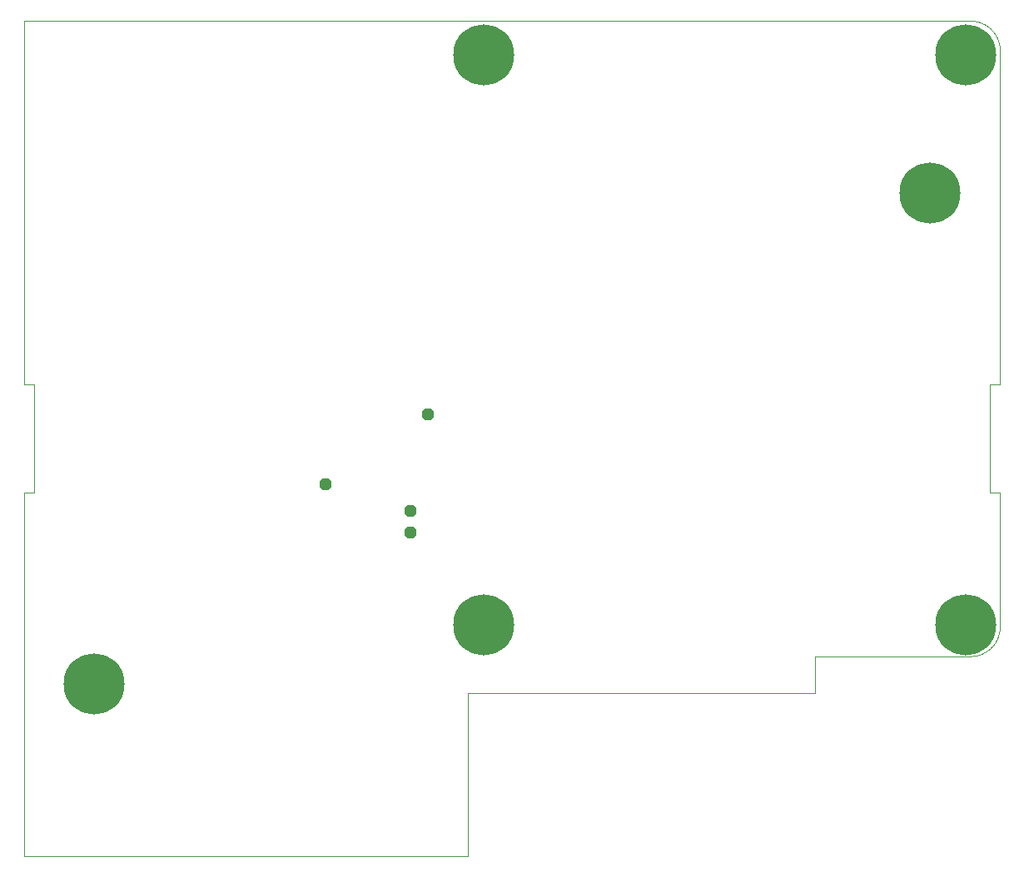
<source format=gts>
G04 This is an RS-274x file exported by *
G04 gerbv version 2.6A *
G04 More information is available about gerbv at *
G04 http://gerbv.geda-project.org/ *
G04 --End of header info--*
%MOIN*%
%FSLAX34Y34*%
%IPPOS*%
G04 --Define apertures--*
%ADD10C,0.0000*%
%ADD11C,0.1063*%
%ADD12C,0.2441*%
%ADD13C,0.0768*%
%ADD14C,0.0885*%
%AMMACRO15*
5,1,8,0.000000,0.000000,0.057529,22.500000*
%
%ADD15MACRO15*%
%ADD16C,0.0984*%
%ADD17C,0.0650*%
%ADD18R,0.0540X0.0540*%
%ADD19C,0.0540*%
%ADD20C,0.1000*%
%ADD21C,0.1083*%
%ADD22R,0.0650X0.0650*%
%AMMACRO23*
5,1,8,0.000000,0.000000,0.051955,22.500000*
%
%ADD23MACRO23*%
%ADD24C,0.0591*%
G04 --Start main section--*
G54D10*
G01X0001330Y0002719D02*
G01X0001330Y0017286D01*
G01X0001330Y0017286D02*
G01X0001723Y0017286D01*
G01X0001723Y0017286D02*
G01X0001723Y0021616D01*
G01X0001723Y0021616D02*
G01X0001330Y0021616D01*
G01X0001330Y0021616D02*
G01X0001330Y0036183D01*
G01X0001330Y0036183D02*
G01X0039204Y0036183D01*
G01X0039204Y0036183D02*
G01X0039232Y0036183D01*
G01X0039232Y0036183D02*
G01X0039261Y0036182D01*
G01X0039261Y0036182D02*
G01X0039289Y0036180D01*
G01X0039289Y0036180D02*
G01X0039318Y0036178D01*
G01X0039318Y0036178D02*
G01X0039346Y0036175D01*
G01X0039346Y0036175D02*
G01X0039374Y0036171D01*
G01X0039374Y0036171D02*
G01X0039403Y0036166D01*
G01X0039403Y0036166D02*
G01X0039431Y0036161D01*
G01X0039431Y0036161D02*
G01X0039459Y0036156D01*
G01X0039459Y0036156D02*
G01X0039486Y0036149D01*
G01X0039486Y0036149D02*
G01X0039514Y0036142D01*
G01X0039514Y0036142D02*
G01X0039541Y0036134D01*
G01X0039541Y0036134D02*
G01X0039569Y0036126D01*
G01X0039569Y0036126D02*
G01X0039596Y0036116D01*
G01X0039596Y0036116D02*
G01X0039623Y0036107D01*
G01X0039623Y0036107D02*
G01X0039649Y0036096D01*
G01X0039649Y0036096D02*
G01X0039675Y0036085D01*
G01X0039675Y0036085D02*
G01X0039701Y0036073D01*
G01X0039701Y0036073D02*
G01X0039727Y0036061D01*
G01X0039727Y0036061D02*
G01X0039753Y0036048D01*
G01X0039753Y0036048D02*
G01X0039778Y0036034D01*
G01X0039778Y0036034D02*
G01X0039803Y0036020D01*
G01X0039803Y0036020D02*
G01X0039827Y0036006D01*
G01X0039827Y0036006D02*
G01X0039851Y0035990D01*
G01X0039851Y0035990D02*
G01X0039875Y0035974D01*
G01X0039875Y0035974D02*
G01X0039898Y0035958D01*
G01X0039898Y0035958D02*
G01X0039921Y0035941D01*
G01X0039921Y0035941D02*
G01X0039943Y0035923D01*
G01X0039943Y0035923D02*
G01X0039965Y0035905D01*
G01X0039965Y0035905D02*
G01X0039987Y0035886D01*
G01X0039987Y0035886D02*
G01X0040008Y0035867D01*
G01X0040008Y0035867D02*
G01X0040029Y0035847D01*
G01X0040029Y0035847D02*
G01X0040049Y0035827D01*
G01X0040049Y0035827D02*
G01X0040069Y0035807D01*
G01X0040069Y0035807D02*
G01X0040088Y0035785D01*
G01X0040088Y0035785D02*
G01X0040106Y0035764D01*
G01X0040106Y0035764D02*
G01X0040125Y0035742D01*
G01X0040125Y0035742D02*
G01X0040142Y0035719D01*
G01X0040142Y0035719D02*
G01X0040159Y0035696D01*
G01X0040159Y0035696D02*
G01X0040176Y0035673D01*
G01X0040176Y0035673D02*
G01X0040192Y0035650D01*
G01X0040192Y0035650D02*
G01X0040207Y0035625D01*
G01X0040207Y0035625D02*
G01X0040222Y0035601D01*
G01X0040222Y0035601D02*
G01X0040236Y0035576D01*
G01X0040236Y0035576D02*
G01X0040249Y0035551D01*
G01X0040249Y0035551D02*
G01X0040263Y0035526D01*
G01X0040263Y0035526D02*
G01X0040275Y0035500D01*
G01X0040275Y0035500D02*
G01X0040287Y0035474D01*
G01X0040287Y0035474D02*
G01X0040298Y0035448D01*
G01X0040298Y0035448D02*
G01X0040308Y0035421D01*
G01X0040308Y0035421D02*
G01X0040318Y0035394D01*
G01X0040318Y0035394D02*
G01X0040327Y0035367D01*
G01X0040327Y0035367D02*
G01X0040336Y0035340D01*
G01X0040336Y0035340D02*
G01X0040343Y0035313D01*
G01X0040343Y0035313D02*
G01X0040351Y0035285D01*
G01X0040351Y0035285D02*
G01X0040357Y0035257D01*
G01X0040357Y0035257D02*
G01X0040363Y0035229D01*
G01X0040363Y0035229D02*
G01X0040368Y0035201D01*
G01X0040368Y0035201D02*
G01X0040372Y0035173D01*
G01X0040372Y0035173D02*
G01X0040376Y0035145D01*
G01X0040376Y0035145D02*
G01X0040379Y0035116D01*
G01X0040379Y0035116D02*
G01X0040382Y0035088D01*
G01X0040382Y0035088D02*
G01X0040383Y0035059D01*
G01X0040383Y0035059D02*
G01X0040385Y0035031D01*
G01X0040385Y0035031D02*
G01X0040385Y0035002D01*
G01X0040385Y0035002D02*
G01X0040385Y0021616D01*
G01X0040385Y0021616D02*
G01X0039991Y0021616D01*
G01X0039991Y0021616D02*
G01X0039991Y0017286D01*
G01X0039991Y0017286D02*
G01X0040385Y0017286D01*
G01X0040385Y0017286D02*
G01X0040385Y0011912D01*
G01X0040385Y0011912D02*
G01X0040385Y0011883D01*
G01X0040385Y0011883D02*
G01X0040383Y0011855D01*
G01X0040383Y0011855D02*
G01X0040382Y0011826D01*
G01X0040382Y0011826D02*
G01X0040379Y0011798D01*
G01X0040379Y0011798D02*
G01X0040376Y0011769D01*
G01X0040376Y0011769D02*
G01X0040372Y0011741D01*
G01X0040372Y0011741D02*
G01X0040368Y0011713D01*
G01X0040368Y0011713D02*
G01X0040363Y0011685D01*
G01X0040363Y0011685D02*
G01X0040357Y0011657D01*
G01X0040357Y0011657D02*
G01X0040351Y0011629D01*
G01X0040351Y0011629D02*
G01X0040343Y0011601D01*
G01X0040343Y0011601D02*
G01X0040336Y0011574D01*
G01X0040336Y0011574D02*
G01X0040327Y0011547D01*
G01X0040327Y0011547D02*
G01X0040318Y0011520D01*
G01X0040318Y0011520D02*
G01X0040308Y0011493D01*
G01X0040308Y0011493D02*
G01X0040298Y0011466D01*
G01X0040298Y0011466D02*
G01X0040287Y0011440D01*
G01X0040287Y0011440D02*
G01X0040275Y0011414D01*
G01X0040275Y0011414D02*
G01X0040263Y0011388D01*
G01X0040263Y0011388D02*
G01X0040249Y0011363D01*
G01X0040249Y0011363D02*
G01X0040236Y0011338D01*
G01X0040236Y0011338D02*
G01X0040222Y0011313D01*
G01X0040222Y0011313D02*
G01X0040207Y0011289D01*
G01X0040207Y0011289D02*
G01X0040192Y0011264D01*
G01X0040192Y0011264D02*
G01X0040176Y0011241D01*
G01X0040176Y0011241D02*
G01X0040159Y0011218D01*
G01X0040159Y0011218D02*
G01X0040142Y0011195D01*
G01X0040142Y0011195D02*
G01X0040125Y0011172D01*
G01X0040125Y0011172D02*
G01X0040106Y0011150D01*
G01X0040106Y0011150D02*
G01X0040088Y0011128D01*
G01X0040088Y0011128D02*
G01X0040069Y0011107D01*
G01X0040069Y0011107D02*
G01X0040049Y0011087D01*
G01X0040049Y0011087D02*
G01X0040029Y0011067D01*
G01X0040029Y0011067D02*
G01X0040008Y0011047D01*
G01X0040008Y0011047D02*
G01X0039987Y0011028D01*
G01X0039987Y0011028D02*
G01X0039965Y0011009D01*
G01X0039965Y0011009D02*
G01X0039943Y0010991D01*
G01X0039943Y0010991D02*
G01X0039921Y0010973D01*
G01X0039921Y0010973D02*
G01X0039898Y0010956D01*
G01X0039898Y0010956D02*
G01X0039875Y0010940D01*
G01X0039875Y0010940D02*
G01X0039851Y0010924D01*
G01X0039851Y0010924D02*
G01X0039827Y0010908D01*
G01X0039827Y0010908D02*
G01X0039803Y0010894D01*
G01X0039803Y0010894D02*
G01X0039778Y0010880D01*
G01X0039778Y0010880D02*
G01X0039753Y0010866D01*
G01X0039753Y0010866D02*
G01X0039727Y0010853D01*
G01X0039727Y0010853D02*
G01X0039701Y0010841D01*
G01X0039701Y0010841D02*
G01X0039675Y0010829D01*
G01X0039675Y0010829D02*
G01X0039649Y0010818D01*
G01X0039649Y0010818D02*
G01X0039623Y0010807D01*
G01X0039623Y0010807D02*
G01X0039596Y0010798D01*
G01X0039596Y0010798D02*
G01X0039569Y0010788D01*
G01X0039569Y0010788D02*
G01X0039541Y0010780D01*
G01X0039541Y0010780D02*
G01X0039514Y0010772D01*
G01X0039514Y0010772D02*
G01X0039486Y0010765D01*
G01X0039486Y0010765D02*
G01X0039459Y0010758D01*
G01X0039459Y0010758D02*
G01X0039431Y0010753D01*
G01X0039431Y0010753D02*
G01X0039403Y0010748D01*
G01X0039403Y0010748D02*
G01X0039374Y0010743D01*
G01X0039374Y0010743D02*
G01X0039346Y0010739D01*
G01X0039346Y0010739D02*
G01X0039318Y0010736D01*
G01X0039318Y0010736D02*
G01X0039289Y0010734D01*
G01X0039289Y0010734D02*
G01X0039261Y0010732D01*
G01X0039261Y0010732D02*
G01X0039232Y0010731D01*
G01X0039232Y0010731D02*
G01X0039204Y0010731D01*
G01X0039204Y0010731D02*
G01X0033003Y0010731D01*
G01X0033003Y0010731D02*
G01X0033003Y0009254D01*
G01X0033003Y0009254D02*
G01X0019086Y0009254D01*
G01X0019086Y0009254D02*
G01X0019086Y0002719D01*
G01X0019086Y0002719D02*
G01X0001330Y0002719D01*
G01X0003593Y0009609D02*
G01X0003594Y0009623D01*
G01X0003594Y0009623D02*
G01X0003594Y0009638D01*
G01X0003594Y0009638D02*
G01X0003595Y0009652D01*
G01X0003595Y0009652D02*
G01X0003597Y0009667D01*
G01X0003597Y0009667D02*
G01X0003598Y0009681D01*
G01X0003598Y0009681D02*
G01X0003601Y0009695D01*
G01X0003601Y0009695D02*
G01X0003603Y0009710D01*
G01X0003603Y0009710D02*
G01X0003606Y0009724D01*
G01X0003606Y0009724D02*
G01X0003609Y0009738D01*
G01X0003609Y0009738D02*
G01X0003613Y0009752D01*
G01X0003613Y0009752D02*
G01X0003617Y0009766D01*
G01X0003617Y0009766D02*
G01X0003622Y0009780D01*
G01X0003622Y0009780D02*
G01X0003627Y0009793D01*
G01X0003627Y0009793D02*
G01X0003632Y0009807D01*
G01X0003632Y0009807D02*
G01X0003637Y0009820D01*
G01X0003637Y0009820D02*
G01X0003643Y0009834D01*
G01X0003643Y0009834D02*
G01X0003650Y0009847D01*
G01X0003650Y0009847D02*
G01X0003656Y0009859D01*
G01X0003656Y0009859D02*
G01X0003663Y0009872D01*
G01X0003663Y0009872D02*
G01X0003671Y0009885D01*
G01X0003671Y0009885D02*
G01X0003679Y0009897D01*
G01X0003679Y0009897D02*
G01X0003687Y0009909D01*
G01X0003687Y0009909D02*
G01X0003695Y0009921D01*
G01X0003695Y0009921D02*
G01X0003704Y0009933D01*
G01X0003704Y0009933D02*
G01X0003713Y0009944D01*
G01X0003713Y0009944D02*
G01X0003722Y0009955D01*
G01X0003722Y0009955D02*
G01X0003732Y0009966D01*
G01X0003732Y0009966D02*
G01X0003742Y0009977D01*
G01X0003742Y0009977D02*
G01X0003752Y0009987D01*
G01X0003752Y0009987D02*
G01X0003762Y0009997D01*
G01X0003762Y0009997D02*
G01X0003773Y0010007D01*
G01X0003773Y0010007D02*
G01X0003784Y0010016D01*
G01X0003784Y0010016D02*
G01X0003795Y0010025D01*
G01X0003795Y0010025D02*
G01X0003807Y0010034D01*
G01X0003807Y0010034D02*
G01X0003818Y0010043D01*
G01X0003818Y0010043D02*
G01X0003830Y0010051D01*
G01X0003830Y0010051D02*
G01X0003843Y0010059D01*
G01X0003843Y0010059D02*
G01X0003855Y0010066D01*
G01X0003855Y0010066D02*
G01X0003868Y0010074D01*
G01X0003868Y0010074D02*
G01X0003880Y0010080D01*
G01X0003880Y0010080D02*
G01X0003893Y0010087D01*
G01X0003893Y0010087D02*
G01X0003907Y0010093D01*
G01X0003907Y0010093D02*
G01X0003920Y0010099D01*
G01X0003920Y0010099D02*
G01X0003933Y0010104D01*
G01X0003933Y0010104D02*
G01X0003947Y0010109D01*
G01X0003947Y0010109D02*
G01X0003961Y0010114D01*
G01X0003961Y0010114D02*
G01X0003975Y0010118D01*
G01X0003975Y0010118D02*
G01X0003989Y0010122D01*
G01X0003989Y0010122D02*
G01X0004003Y0010126D01*
G01X0004003Y0010126D02*
G01X0004017Y0010129D01*
G01X0004017Y0010129D02*
G01X0004031Y0010132D01*
G01X0004031Y0010132D02*
G01X0004045Y0010134D01*
G01X0004045Y0010134D02*
G01X0004060Y0010136D01*
G01X0004060Y0010136D02*
G01X0004074Y0010138D01*
G01X0004074Y0010138D02*
G01X0004089Y0010139D01*
G01X0004089Y0010139D02*
G01X0004103Y0010140D01*
G01X0004103Y0010140D02*
G01X0004118Y0010140D01*
G01X0004118Y0010140D02*
G01X0004132Y0010140D01*
G01X0004132Y0010140D02*
G01X0004147Y0010140D01*
G01X0004147Y0010140D02*
G01X0004161Y0010139D01*
G01X0004161Y0010139D02*
G01X0004176Y0010138D01*
G01X0004176Y0010138D02*
G01X0004190Y0010136D01*
G01X0004190Y0010136D02*
G01X0004205Y0010134D01*
G01X0004205Y0010134D02*
G01X0004219Y0010132D01*
G01X0004219Y0010132D02*
G01X0004233Y0010129D01*
G01X0004233Y0010129D02*
G01X0004247Y0010126D01*
G01X0004247Y0010126D02*
G01X0004261Y0010122D01*
G01X0004261Y0010122D02*
G01X0004275Y0010118D01*
G01X0004275Y0010118D02*
G01X0004289Y0010114D01*
G01X0004289Y0010114D02*
G01X0004303Y0010109D01*
G01X0004303Y0010109D02*
G01X0004317Y0010104D01*
G01X0004317Y0010104D02*
G01X0004330Y0010099D01*
G01X0004330Y0010099D02*
G01X0004343Y0010093D01*
G01X0004343Y0010093D02*
G01X0004356Y0010087D01*
G01X0004356Y0010087D02*
G01X0004369Y0010080D01*
G01X0004369Y0010080D02*
G01X0004382Y0010074D01*
G01X0004382Y0010074D02*
G01X0004395Y0010066D01*
G01X0004395Y0010066D02*
G01X0004407Y0010059D01*
G01X0004407Y0010059D02*
G01X0004419Y0010051D01*
G01X0004419Y0010051D02*
G01X0004431Y0010043D01*
G01X0004431Y0010043D02*
G01X0004443Y0010034D01*
G01X0004443Y0010034D02*
G01X0004455Y0010025D01*
G01X0004455Y0010025D02*
G01X0004466Y0010016D01*
G01X0004466Y0010016D02*
G01X0004477Y0010007D01*
G01X0004477Y0010007D02*
G01X0004488Y0009997D01*
G01X0004488Y0009997D02*
G01X0004498Y0009987D01*
G01X0004498Y0009987D02*
G01X0004508Y0009977D01*
G01X0004508Y0009977D02*
G01X0004518Y0009966D01*
G01X0004518Y0009966D02*
G01X0004528Y0009955D01*
G01X0004528Y0009955D02*
G01X0004537Y0009944D01*
G01X0004537Y0009944D02*
G01X0004546Y0009933D01*
G01X0004546Y0009933D02*
G01X0004555Y0009921D01*
G01X0004555Y0009921D02*
G01X0004563Y0009909D01*
G01X0004563Y0009909D02*
G01X0004571Y0009897D01*
G01X0004571Y0009897D02*
G01X0004579Y0009885D01*
G01X0004579Y0009885D02*
G01X0004586Y0009872D01*
G01X0004586Y0009872D02*
G01X0004593Y0009859D01*
G01X0004593Y0009859D02*
G01X0004600Y0009847D01*
G01X0004600Y0009847D02*
G01X0004606Y0009834D01*
G01X0004606Y0009834D02*
G01X0004612Y0009820D01*
G01X0004612Y0009820D02*
G01X0004618Y0009807D01*
G01X0004618Y0009807D02*
G01X0004623Y0009793D01*
G01X0004623Y0009793D02*
G01X0004628Y0009780D01*
G01X0004628Y0009780D02*
G01X0004633Y0009766D01*
G01X0004633Y0009766D02*
G01X0004637Y0009752D01*
G01X0004637Y0009752D02*
G01X0004640Y0009738D01*
G01X0004640Y0009738D02*
G01X0004644Y0009724D01*
G01X0004644Y0009724D02*
G01X0004647Y0009710D01*
G01X0004647Y0009710D02*
G01X0004649Y0009695D01*
G01X0004649Y0009695D02*
G01X0004651Y0009681D01*
G01X0004651Y0009681D02*
G01X0004653Y0009667D01*
G01X0004653Y0009667D02*
G01X0004655Y0009652D01*
G01X0004655Y0009652D02*
G01X0004656Y0009638D01*
G01X0004656Y0009638D02*
G01X0004656Y0009623D01*
G01X0004656Y0009623D02*
G01X0004656Y0009609D01*
G01X0004656Y0009609D02*
G01X0004656Y0009594D01*
G01X0004656Y0009594D02*
G01X0004656Y0009580D01*
G01X0004656Y0009580D02*
G01X0004655Y0009565D01*
G01X0004655Y0009565D02*
G01X0004653Y0009551D01*
G01X0004653Y0009551D02*
G01X0004651Y0009536D01*
G01X0004651Y0009536D02*
G01X0004649Y0009522D01*
G01X0004649Y0009522D02*
G01X0004647Y0009508D01*
G01X0004647Y0009508D02*
G01X0004644Y0009493D01*
G01X0004644Y0009493D02*
G01X0004640Y0009479D01*
G01X0004640Y0009479D02*
G01X0004637Y0009465D01*
G01X0004637Y0009465D02*
G01X0004633Y0009451D01*
G01X0004633Y0009451D02*
G01X0004628Y0009437D01*
G01X0004628Y0009437D02*
G01X0004623Y0009424D01*
G01X0004623Y0009424D02*
G01X0004618Y0009410D01*
G01X0004618Y0009410D02*
G01X0004612Y0009397D01*
G01X0004612Y0009397D02*
G01X0004606Y0009384D01*
G01X0004606Y0009384D02*
G01X0004600Y0009370D01*
G01X0004600Y0009370D02*
G01X0004593Y0009358D01*
G01X0004593Y0009358D02*
G01X0004586Y0009345D01*
G01X0004586Y0009345D02*
G01X0004579Y0009332D01*
G01X0004579Y0009332D02*
G01X0004571Y0009320D01*
G01X0004571Y0009320D02*
G01X0004563Y0009308D01*
G01X0004563Y0009308D02*
G01X0004555Y0009296D01*
G01X0004555Y0009296D02*
G01X0004546Y0009285D01*
G01X0004546Y0009285D02*
G01X0004537Y0009273D01*
G01X0004537Y0009273D02*
G01X0004528Y0009262D01*
G01X0004528Y0009262D02*
G01X0004518Y0009251D01*
G01X0004518Y0009251D02*
G01X0004508Y0009241D01*
G01X0004508Y0009241D02*
G01X0004498Y0009230D01*
G01X0004498Y0009230D02*
G01X0004488Y0009220D01*
G01X0004488Y0009220D02*
G01X0004477Y0009210D01*
G01X0004477Y0009210D02*
G01X0004466Y0009201D01*
G01X0004466Y0009201D02*
G01X0004455Y0009192D01*
G01X0004455Y0009192D02*
G01X0004443Y0009183D01*
G01X0004443Y0009183D02*
G01X0004431Y0009174D01*
G01X0004431Y0009174D02*
G01X0004419Y0009166D01*
G01X0004419Y0009166D02*
G01X0004407Y0009158D01*
G01X0004407Y0009158D02*
G01X0004395Y0009151D01*
G01X0004395Y0009151D02*
G01X0004382Y0009143D01*
G01X0004382Y0009143D02*
G01X0004369Y0009137D01*
G01X0004369Y0009137D02*
G01X0004356Y0009130D01*
G01X0004356Y0009130D02*
G01X0004343Y0009124D01*
G01X0004343Y0009124D02*
G01X0004330Y0009118D01*
G01X0004330Y0009118D02*
G01X0004317Y0009113D01*
G01X0004317Y0009113D02*
G01X0004303Y0009108D01*
G01X0004303Y0009108D02*
G01X0004289Y0009103D01*
G01X0004289Y0009103D02*
G01X0004275Y0009099D01*
G01X0004275Y0009099D02*
G01X0004261Y0009095D01*
G01X0004261Y0009095D02*
G01X0004247Y0009091D01*
G01X0004247Y0009091D02*
G01X0004233Y0009088D01*
G01X0004233Y0009088D02*
G01X0004219Y0009085D01*
G01X0004219Y0009085D02*
G01X0004205Y0009083D01*
G01X0004205Y0009083D02*
G01X0004190Y0009081D01*
G01X0004190Y0009081D02*
G01X0004176Y0009079D01*
G01X0004176Y0009079D02*
G01X0004161Y0009078D01*
G01X0004161Y0009078D02*
G01X0004147Y0009077D01*
G01X0004147Y0009077D02*
G01X0004132Y0009077D01*
G01X0004132Y0009077D02*
G01X0004118Y0009077D01*
G01X0004118Y0009077D02*
G01X0004103Y0009077D01*
G01X0004103Y0009077D02*
G01X0004089Y0009078D01*
G01X0004089Y0009078D02*
G01X0004074Y0009079D01*
G01X0004074Y0009079D02*
G01X0004060Y0009081D01*
G01X0004060Y0009081D02*
G01X0004045Y0009083D01*
G01X0004045Y0009083D02*
G01X0004031Y0009085D01*
G01X0004031Y0009085D02*
G01X0004017Y0009088D01*
G01X0004017Y0009088D02*
G01X0004003Y0009091D01*
G01X0004003Y0009091D02*
G01X0003989Y0009095D01*
G01X0003989Y0009095D02*
G01X0003975Y0009099D01*
G01X0003975Y0009099D02*
G01X0003961Y0009103D01*
G01X0003961Y0009103D02*
G01X0003947Y0009108D01*
G01X0003947Y0009108D02*
G01X0003933Y0009113D01*
G01X0003933Y0009113D02*
G01X0003920Y0009118D01*
G01X0003920Y0009118D02*
G01X0003907Y0009124D01*
G01X0003907Y0009124D02*
G01X0003893Y0009130D01*
G01X0003893Y0009130D02*
G01X0003880Y0009137D01*
G01X0003880Y0009137D02*
G01X0003868Y0009143D01*
G01X0003868Y0009143D02*
G01X0003855Y0009151D01*
G01X0003855Y0009151D02*
G01X0003843Y0009158D01*
G01X0003843Y0009158D02*
G01X0003830Y0009166D01*
G01X0003830Y0009166D02*
G01X0003818Y0009174D01*
G01X0003818Y0009174D02*
G01X0003807Y0009183D01*
G01X0003807Y0009183D02*
G01X0003795Y0009192D01*
G01X0003795Y0009192D02*
G01X0003784Y0009201D01*
G01X0003784Y0009201D02*
G01X0003773Y0009210D01*
G01X0003773Y0009210D02*
G01X0003762Y0009220D01*
G01X0003762Y0009220D02*
G01X0003752Y0009230D01*
G01X0003752Y0009230D02*
G01X0003742Y0009241D01*
G01X0003742Y0009241D02*
G01X0003732Y0009251D01*
G01X0003732Y0009251D02*
G01X0003722Y0009262D01*
G01X0003722Y0009262D02*
G01X0003713Y0009273D01*
G01X0003713Y0009273D02*
G01X0003704Y0009285D01*
G01X0003704Y0009285D02*
G01X0003695Y0009296D01*
G01X0003695Y0009296D02*
G01X0003687Y0009308D01*
G01X0003687Y0009308D02*
G01X0003679Y0009320D01*
G01X0003679Y0009320D02*
G01X0003671Y0009332D01*
G01X0003671Y0009332D02*
G01X0003663Y0009345D01*
G01X0003663Y0009345D02*
G01X0003656Y0009358D01*
G01X0003656Y0009358D02*
G01X0003650Y0009370D01*
G01X0003650Y0009370D02*
G01X0003643Y0009384D01*
G01X0003643Y0009384D02*
G01X0003637Y0009397D01*
G01X0003637Y0009397D02*
G01X0003632Y0009410D01*
G01X0003632Y0009410D02*
G01X0003627Y0009424D01*
G01X0003627Y0009424D02*
G01X0003622Y0009437D01*
G01X0003622Y0009437D02*
G01X0003617Y0009451D01*
G01X0003617Y0009451D02*
G01X0003613Y0009465D01*
G01X0003613Y0009465D02*
G01X0003609Y0009479D01*
G01X0003609Y0009479D02*
G01X0003606Y0009493D01*
G01X0003606Y0009493D02*
G01X0003603Y0009508D01*
G01X0003603Y0009508D02*
G01X0003601Y0009522D01*
G01X0003601Y0009522D02*
G01X0003598Y0009536D01*
G01X0003598Y0009536D02*
G01X0003597Y0009551D01*
G01X0003597Y0009551D02*
G01X0003595Y0009565D01*
G01X0003595Y0009565D02*
G01X0003594Y0009580D01*
G01X0003594Y0009580D02*
G01X0003594Y0009594D01*
G01X0003594Y0009594D02*
G01X0003593Y0009609D01*
G01X0019174Y0011971D02*
G01X0019174Y0011985D01*
G01X0019174Y0011985D02*
G01X0019175Y0012000D01*
G01X0019175Y0012000D02*
G01X0019176Y0012015D01*
G01X0019176Y0012015D02*
G01X0019177Y0012029D01*
G01X0019177Y0012029D02*
G01X0019179Y0012044D01*
G01X0019179Y0012044D02*
G01X0019181Y0012058D01*
G01X0019181Y0012058D02*
G01X0019184Y0012073D01*
G01X0019184Y0012073D02*
G01X0019187Y0012087D01*
G01X0019187Y0012087D02*
G01X0019190Y0012101D01*
G01X0019190Y0012101D02*
G01X0019194Y0012115D01*
G01X0019194Y0012115D02*
G01X0019198Y0012130D01*
G01X0019198Y0012130D02*
G01X0019203Y0012144D01*
G01X0019203Y0012144D02*
G01X0019207Y0012157D01*
G01X0019207Y0012157D02*
G01X0019213Y0012171D01*
G01X0019213Y0012171D02*
G01X0019218Y0012185D01*
G01X0019218Y0012185D02*
G01X0019224Y0012198D01*
G01X0019224Y0012198D02*
G01X0019231Y0012211D01*
G01X0019231Y0012211D02*
G01X0019237Y0012224D01*
G01X0019237Y0012224D02*
G01X0019244Y0012237D01*
G01X0019244Y0012237D02*
G01X0019252Y0012250D01*
G01X0019252Y0012250D02*
G01X0019259Y0012262D01*
G01X0019259Y0012262D02*
G01X0019268Y0012275D01*
G01X0019268Y0012275D02*
G01X0019276Y0012287D01*
G01X0019276Y0012287D02*
G01X0019285Y0012298D01*
G01X0019285Y0012298D02*
G01X0019294Y0012310D01*
G01X0019294Y0012310D02*
G01X0019303Y0012321D01*
G01X0019303Y0012321D02*
G01X0019313Y0012332D01*
G01X0019313Y0012332D02*
G01X0019323Y0012343D01*
G01X0019323Y0012343D02*
G01X0019333Y0012354D01*
G01X0019333Y0012354D02*
G01X0019343Y0012364D01*
G01X0019343Y0012364D02*
G01X0019354Y0012374D01*
G01X0019354Y0012374D02*
G01X0019365Y0012383D01*
G01X0019365Y0012383D02*
G01X0019376Y0012393D01*
G01X0019376Y0012393D02*
G01X0019388Y0012402D01*
G01X0019388Y0012402D02*
G01X0019400Y0012410D01*
G01X0019400Y0012410D02*
G01X0019412Y0012419D01*
G01X0019412Y0012419D02*
G01X0019424Y0012427D01*
G01X0019424Y0012427D02*
G01X0019436Y0012435D01*
G01X0019436Y0012435D02*
G01X0019449Y0012442D01*
G01X0019449Y0012442D02*
G01X0019462Y0012449D01*
G01X0019462Y0012449D02*
G01X0019475Y0012456D01*
G01X0019475Y0012456D02*
G01X0019488Y0012462D01*
G01X0019488Y0012462D02*
G01X0019502Y0012468D01*
G01X0019502Y0012468D02*
G01X0019515Y0012474D01*
G01X0019515Y0012474D02*
G01X0019529Y0012479D01*
G01X0019529Y0012479D02*
G01X0019543Y0012484D01*
G01X0019543Y0012484D02*
G01X0019557Y0012488D01*
G01X0019557Y0012488D02*
G01X0019571Y0012492D01*
G01X0019571Y0012492D02*
G01X0019585Y0012496D01*
G01X0019585Y0012496D02*
G01X0019599Y0012499D01*
G01X0019599Y0012499D02*
G01X0019614Y0012502D01*
G01X0019614Y0012502D02*
G01X0019628Y0012505D01*
G01X0019628Y0012505D02*
G01X0019642Y0012507D01*
G01X0019642Y0012507D02*
G01X0019657Y0012509D01*
G01X0019657Y0012509D02*
G01X0019672Y0012510D01*
G01X0019672Y0012510D02*
G01X0019686Y0012511D01*
G01X0019686Y0012511D02*
G01X0019701Y0012512D01*
G01X0019701Y0012512D02*
G01X0019716Y0012512D01*
G01X0019716Y0012512D02*
G01X0019730Y0012512D01*
G01X0019730Y0012512D02*
G01X0019745Y0012511D01*
G01X0019745Y0012511D02*
G01X0019759Y0012510D01*
G01X0019759Y0012510D02*
G01X0019774Y0012509D01*
G01X0019774Y0012509D02*
G01X0019789Y0012507D01*
G01X0019789Y0012507D02*
G01X0019803Y0012505D01*
G01X0019803Y0012505D02*
G01X0019818Y0012502D01*
G01X0019818Y0012502D02*
G01X0019832Y0012499D01*
G01X0019832Y0012499D02*
G01X0019846Y0012496D01*
G01X0019846Y0012496D02*
G01X0019860Y0012492D01*
G01X0019860Y0012492D02*
G01X0019874Y0012488D01*
G01X0019874Y0012488D02*
G01X0019888Y0012484D01*
G01X0019888Y0012484D02*
G01X0019902Y0012479D01*
G01X0019902Y0012479D02*
G01X0019916Y0012474D01*
G01X0019916Y0012474D02*
G01X0019929Y0012468D01*
G01X0019929Y0012468D02*
G01X0019943Y0012462D01*
G01X0019943Y0012462D02*
G01X0019956Y0012456D01*
G01X0019956Y0012456D02*
G01X0019969Y0012449D01*
G01X0019969Y0012449D02*
G01X0019982Y0012442D01*
G01X0019982Y0012442D02*
G01X0019995Y0012435D01*
G01X0019995Y0012435D02*
G01X0020007Y0012427D01*
G01X0020007Y0012427D02*
G01X0020019Y0012419D01*
G01X0020019Y0012419D02*
G01X0020031Y0012410D01*
G01X0020031Y0012410D02*
G01X0020043Y0012402D01*
G01X0020043Y0012402D02*
G01X0020055Y0012393D01*
G01X0020055Y0012393D02*
G01X0020066Y0012383D01*
G01X0020066Y0012383D02*
G01X0020077Y0012374D01*
G01X0020077Y0012374D02*
G01X0020088Y0012364D01*
G01X0020088Y0012364D02*
G01X0020098Y0012354D01*
G01X0020098Y0012354D02*
G01X0020109Y0012343D01*
G01X0020109Y0012343D02*
G01X0020118Y0012332D01*
G01X0020118Y0012332D02*
G01X0020128Y0012321D01*
G01X0020128Y0012321D02*
G01X0020137Y0012310D01*
G01X0020137Y0012310D02*
G01X0020146Y0012298D01*
G01X0020146Y0012298D02*
G01X0020155Y0012287D01*
G01X0020155Y0012287D02*
G01X0020164Y0012275D01*
G01X0020164Y0012275D02*
G01X0020172Y0012262D01*
G01X0020172Y0012262D02*
G01X0020179Y0012250D01*
G01X0020179Y0012250D02*
G01X0020187Y0012237D01*
G01X0020187Y0012237D02*
G01X0020194Y0012224D01*
G01X0020194Y0012224D02*
G01X0020200Y0012211D01*
G01X0020200Y0012211D02*
G01X0020207Y0012198D01*
G01X0020207Y0012198D02*
G01X0020213Y0012185D01*
G01X0020213Y0012185D02*
G01X0020218Y0012171D01*
G01X0020218Y0012171D02*
G01X0020224Y0012157D01*
G01X0020224Y0012157D02*
G01X0020229Y0012144D01*
G01X0020229Y0012144D02*
G01X0020233Y0012130D01*
G01X0020233Y0012130D02*
G01X0020237Y0012115D01*
G01X0020237Y0012115D02*
G01X0020241Y0012101D01*
G01X0020241Y0012101D02*
G01X0020244Y0012087D01*
G01X0020244Y0012087D02*
G01X0020247Y0012073D01*
G01X0020247Y0012073D02*
G01X0020250Y0012058D01*
G01X0020250Y0012058D02*
G01X0020252Y0012044D01*
G01X0020252Y0012044D02*
G01X0020254Y0012029D01*
G01X0020254Y0012029D02*
G01X0020255Y0012015D01*
G01X0020255Y0012015D02*
G01X0020256Y0012000D01*
G01X0020256Y0012000D02*
G01X0020257Y0011985D01*
G01X0020257Y0011985D02*
G01X0020257Y0011971D01*
G01X0020257Y0011971D02*
G01X0020257Y0011956D01*
G01X0020257Y0011956D02*
G01X0020256Y0011941D01*
G01X0020256Y0011941D02*
G01X0020255Y0011927D01*
G01X0020255Y0011927D02*
G01X0020254Y0011912D01*
G01X0020254Y0011912D02*
G01X0020252Y0011898D01*
G01X0020252Y0011898D02*
G01X0020250Y0011883D01*
G01X0020250Y0011883D02*
G01X0020247Y0011869D01*
G01X0020247Y0011869D02*
G01X0020244Y0011854D01*
G01X0020244Y0011854D02*
G01X0020241Y0011840D01*
G01X0020241Y0011840D02*
G01X0020237Y0011826D01*
G01X0020237Y0011826D02*
G01X0020233Y0011812D01*
G01X0020233Y0011812D02*
G01X0020229Y0011798D01*
G01X0020229Y0011798D02*
G01X0020224Y0011784D01*
G01X0020224Y0011784D02*
G01X0020218Y0011770D01*
G01X0020218Y0011770D02*
G01X0020213Y0011757D01*
G01X0020213Y0011757D02*
G01X0020207Y0011743D01*
G01X0020207Y0011743D02*
G01X0020200Y0011730D01*
G01X0020200Y0011730D02*
G01X0020194Y0011717D01*
G01X0020194Y0011717D02*
G01X0020187Y0011704D01*
G01X0020187Y0011704D02*
G01X0020179Y0011692D01*
G01X0020179Y0011692D02*
G01X0020172Y0011679D01*
G01X0020172Y0011679D02*
G01X0020164Y0011667D01*
G01X0020164Y0011667D02*
G01X0020155Y0011655D01*
G01X0020155Y0011655D02*
G01X0020146Y0011643D01*
G01X0020146Y0011643D02*
G01X0020137Y0011632D01*
G01X0020137Y0011632D02*
G01X0020128Y0011620D01*
G01X0020128Y0011620D02*
G01X0020118Y0011609D01*
G01X0020118Y0011609D02*
G01X0020109Y0011598D01*
G01X0020109Y0011598D02*
G01X0020098Y0011588D01*
G01X0020098Y0011588D02*
G01X0020088Y0011578D01*
G01X0020088Y0011578D02*
G01X0020077Y0011568D01*
G01X0020077Y0011568D02*
G01X0020066Y0011558D01*
G01X0020066Y0011558D02*
G01X0020055Y0011549D01*
G01X0020055Y0011549D02*
G01X0020043Y0011540D01*
G01X0020043Y0011540D02*
G01X0020031Y0011531D01*
G01X0020031Y0011531D02*
G01X0020019Y0011523D01*
G01X0020019Y0011523D02*
G01X0020007Y0011515D01*
G01X0020007Y0011515D02*
G01X0019995Y0011507D01*
G01X0019995Y0011507D02*
G01X0019982Y0011500D01*
G01X0019982Y0011500D02*
G01X0019969Y0011493D01*
G01X0019969Y0011493D02*
G01X0019956Y0011486D01*
G01X0019956Y0011486D02*
G01X0019943Y0011479D01*
G01X0019943Y0011479D02*
G01X0019929Y0011474D01*
G01X0019929Y0011474D02*
G01X0019916Y0011468D01*
G01X0019916Y0011468D02*
G01X0019902Y0011463D01*
G01X0019902Y0011463D02*
G01X0019888Y0011458D01*
G01X0019888Y0011458D02*
G01X0019874Y0011453D01*
G01X0019874Y0011453D02*
G01X0019860Y0011449D01*
G01X0019860Y0011449D02*
G01X0019846Y0011445D01*
G01X0019846Y0011445D02*
G01X0019832Y0011442D01*
G01X0019832Y0011442D02*
G01X0019818Y0011439D01*
G01X0019818Y0011439D02*
G01X0019803Y0011437D01*
G01X0019803Y0011437D02*
G01X0019789Y0011434D01*
G01X0019789Y0011434D02*
G01X0019774Y0011433D01*
G01X0019774Y0011433D02*
G01X0019759Y0011431D01*
G01X0019759Y0011431D02*
G01X0019745Y0011430D01*
G01X0019745Y0011430D02*
G01X0019730Y0011430D01*
G01X0019730Y0011430D02*
G01X0019716Y0011429D01*
G01X0019716Y0011429D02*
G01X0019701Y0011430D01*
G01X0019701Y0011430D02*
G01X0019686Y0011430D01*
G01X0019686Y0011430D02*
G01X0019672Y0011431D01*
G01X0019672Y0011431D02*
G01X0019657Y0011433D01*
G01X0019657Y0011433D02*
G01X0019642Y0011434D01*
G01X0019642Y0011434D02*
G01X0019628Y0011437D01*
G01X0019628Y0011437D02*
G01X0019614Y0011439D01*
G01X0019614Y0011439D02*
G01X0019599Y0011442D01*
G01X0019599Y0011442D02*
G01X0019585Y0011445D01*
G01X0019585Y0011445D02*
G01X0019571Y0011449D01*
G01X0019571Y0011449D02*
G01X0019557Y0011453D01*
G01X0019557Y0011453D02*
G01X0019543Y0011458D01*
G01X0019543Y0011458D02*
G01X0019529Y0011463D01*
G01X0019529Y0011463D02*
G01X0019515Y0011468D01*
G01X0019515Y0011468D02*
G01X0019502Y0011474D01*
G01X0019502Y0011474D02*
G01X0019488Y0011479D01*
G01X0019488Y0011479D02*
G01X0019475Y0011486D01*
G01X0019475Y0011486D02*
G01X0019462Y0011493D01*
G01X0019462Y0011493D02*
G01X0019449Y0011500D01*
G01X0019449Y0011500D02*
G01X0019436Y0011507D01*
G01X0019436Y0011507D02*
G01X0019424Y0011515D01*
G01X0019424Y0011515D02*
G01X0019412Y0011523D01*
G01X0019412Y0011523D02*
G01X0019400Y0011531D01*
G01X0019400Y0011531D02*
G01X0019388Y0011540D01*
G01X0019388Y0011540D02*
G01X0019376Y0011549D01*
G01X0019376Y0011549D02*
G01X0019365Y0011558D01*
G01X0019365Y0011558D02*
G01X0019354Y0011568D01*
G01X0019354Y0011568D02*
G01X0019343Y0011578D01*
G01X0019343Y0011578D02*
G01X0019333Y0011588D01*
G01X0019333Y0011588D02*
G01X0019323Y0011598D01*
G01X0019323Y0011598D02*
G01X0019313Y0011609D01*
G01X0019313Y0011609D02*
G01X0019303Y0011620D01*
G01X0019303Y0011620D02*
G01X0019294Y0011632D01*
G01X0019294Y0011632D02*
G01X0019285Y0011643D01*
G01X0019285Y0011643D02*
G01X0019276Y0011655D01*
G01X0019276Y0011655D02*
G01X0019268Y0011667D01*
G01X0019268Y0011667D02*
G01X0019259Y0011679D01*
G01X0019259Y0011679D02*
G01X0019252Y0011692D01*
G01X0019252Y0011692D02*
G01X0019244Y0011704D01*
G01X0019244Y0011704D02*
G01X0019237Y0011717D01*
G01X0019237Y0011717D02*
G01X0019231Y0011730D01*
G01X0019231Y0011730D02*
G01X0019224Y0011743D01*
G01X0019224Y0011743D02*
G01X0019218Y0011757D01*
G01X0019218Y0011757D02*
G01X0019213Y0011770D01*
G01X0019213Y0011770D02*
G01X0019207Y0011784D01*
G01X0019207Y0011784D02*
G01X0019203Y0011798D01*
G01X0019203Y0011798D02*
G01X0019198Y0011812D01*
G01X0019198Y0011812D02*
G01X0019194Y0011826D01*
G01X0019194Y0011826D02*
G01X0019190Y0011840D01*
G01X0019190Y0011840D02*
G01X0019187Y0011854D01*
G01X0019187Y0011854D02*
G01X0019184Y0011869D01*
G01X0019184Y0011869D02*
G01X0019181Y0011883D01*
G01X0019181Y0011883D02*
G01X0019179Y0011898D01*
G01X0019179Y0011898D02*
G01X0019177Y0011912D01*
G01X0019177Y0011912D02*
G01X0019176Y0011927D01*
G01X0019176Y0011927D02*
G01X0019175Y0011941D01*
G01X0019175Y0011941D02*
G01X0019174Y0011956D01*
G01X0019174Y0011956D02*
G01X0019174Y0011971D01*
G01X0037058Y0029294D02*
G01X0037058Y0029308D01*
G01X0037058Y0029308D02*
G01X0037059Y0029322D01*
G01X0037059Y0029322D02*
G01X0037060Y0029337D01*
G01X0037060Y0029337D02*
G01X0037061Y0029352D01*
G01X0037061Y0029352D02*
G01X0037063Y0029366D01*
G01X0037063Y0029366D02*
G01X0037065Y0029380D01*
G01X0037065Y0029380D02*
G01X0037068Y0029395D01*
G01X0037068Y0029395D02*
G01X0037071Y0029409D01*
G01X0037071Y0029409D02*
G01X0037074Y0029423D01*
G01X0037074Y0029423D02*
G01X0037078Y0029437D01*
G01X0037078Y0029437D02*
G01X0037082Y0029451D01*
G01X0037082Y0029451D02*
G01X0037086Y0029465D01*
G01X0037086Y0029465D02*
G01X0037091Y0029478D01*
G01X0037091Y0029478D02*
G01X0037096Y0029492D01*
G01X0037096Y0029492D02*
G01X0037102Y0029505D01*
G01X0037102Y0029505D02*
G01X0037108Y0029519D01*
G01X0037108Y0029519D02*
G01X0037114Y0029532D01*
G01X0037114Y0029532D02*
G01X0037121Y0029544D01*
G01X0037121Y0029544D02*
G01X0037128Y0029557D01*
G01X0037128Y0029557D02*
G01X0037135Y0029570D01*
G01X0037135Y0029570D02*
G01X0037143Y0029582D01*
G01X0037143Y0029582D02*
G01X0037151Y0029594D01*
G01X0037151Y0029594D02*
G01X0037160Y0029606D01*
G01X0037160Y0029606D02*
G01X0037168Y0029618D01*
G01X0037168Y0029618D02*
G01X0037177Y0029629D01*
G01X0037177Y0029629D02*
G01X0037187Y0029640D01*
G01X0037187Y0029640D02*
G01X0037196Y0029651D01*
G01X0037196Y0029651D02*
G01X0037206Y0029662D01*
G01X0037206Y0029662D02*
G01X0037216Y0029672D01*
G01X0037216Y0029672D02*
G01X0037227Y0029682D01*
G01X0037227Y0029682D02*
G01X0037238Y0029692D01*
G01X0037238Y0029692D02*
G01X0037249Y0029701D01*
G01X0037249Y0029701D02*
G01X0037260Y0029710D01*
G01X0037260Y0029710D02*
G01X0037271Y0029719D01*
G01X0037271Y0029719D02*
G01X0037283Y0029728D01*
G01X0037283Y0029728D02*
G01X0037295Y0029736D01*
G01X0037295Y0029736D02*
G01X0037307Y0029744D01*
G01X0037307Y0029744D02*
G01X0037320Y0029751D01*
G01X0037320Y0029751D02*
G01X0037332Y0029759D01*
G01X0037332Y0029759D02*
G01X0037345Y0029765D01*
G01X0037345Y0029765D02*
G01X0037358Y0029772D01*
G01X0037358Y0029772D02*
G01X0037371Y0029778D01*
G01X0037371Y0029778D02*
G01X0037384Y0029784D01*
G01X0037384Y0029784D02*
G01X0037398Y0029789D01*
G01X0037398Y0029789D02*
G01X0037412Y0029794D01*
G01X0037412Y0029794D02*
G01X0037425Y0029799D01*
G01X0037425Y0029799D02*
G01X0037439Y0029803D01*
G01X0037439Y0029803D02*
G01X0037453Y0029807D01*
G01X0037453Y0029807D02*
G01X0037467Y0029811D01*
G01X0037467Y0029811D02*
G01X0037481Y0029814D01*
G01X0037481Y0029814D02*
G01X0037496Y0029817D01*
G01X0037496Y0029817D02*
G01X0037510Y0029819D01*
G01X0037510Y0029819D02*
G01X0037524Y0029821D01*
G01X0037524Y0029821D02*
G01X0037539Y0029823D01*
G01X0037539Y0029823D02*
G01X0037553Y0029824D01*
G01X0037553Y0029824D02*
G01X0037568Y0029825D01*
G01X0037568Y0029825D02*
G01X0037582Y0029825D01*
G01X0037582Y0029825D02*
G01X0037597Y0029825D01*
G01X0037597Y0029825D02*
G01X0037611Y0029825D01*
G01X0037611Y0029825D02*
G01X0037626Y0029824D01*
G01X0037626Y0029824D02*
G01X0037640Y0029823D01*
G01X0037640Y0029823D02*
G01X0037655Y0029821D01*
G01X0037655Y0029821D02*
G01X0037669Y0029819D01*
G01X0037669Y0029819D02*
G01X0037683Y0029817D01*
G01X0037683Y0029817D02*
G01X0037698Y0029814D01*
G01X0037698Y0029814D02*
G01X0037712Y0029811D01*
G01X0037712Y0029811D02*
G01X0037726Y0029807D01*
G01X0037726Y0029807D02*
G01X0037740Y0029803D01*
G01X0037740Y0029803D02*
G01X0037754Y0029799D01*
G01X0037754Y0029799D02*
G01X0037768Y0029794D01*
G01X0037768Y0029794D02*
G01X0037781Y0029789D01*
G01X0037781Y0029789D02*
G01X0037795Y0029784D01*
G01X0037795Y0029784D02*
G01X0037808Y0029778D01*
G01X0037808Y0029778D02*
G01X0037821Y0029772D01*
G01X0037821Y0029772D02*
G01X0037834Y0029765D01*
G01X0037834Y0029765D02*
G01X0037847Y0029759D01*
G01X0037847Y0029759D02*
G01X0037859Y0029751D01*
G01X0037859Y0029751D02*
G01X0037872Y0029744D01*
G01X0037872Y0029744D02*
G01X0037884Y0029736D01*
G01X0037884Y0029736D02*
G01X0037896Y0029728D01*
G01X0037896Y0029728D02*
G01X0037908Y0029719D01*
G01X0037908Y0029719D02*
G01X0037919Y0029710D01*
G01X0037919Y0029710D02*
G01X0037931Y0029701D01*
G01X0037931Y0029701D02*
G01X0037942Y0029692D01*
G01X0037942Y0029692D02*
G01X0037952Y0029682D01*
G01X0037952Y0029682D02*
G01X0037963Y0029672D01*
G01X0037963Y0029672D02*
G01X0037973Y0029662D01*
G01X0037973Y0029662D02*
G01X0037983Y0029651D01*
G01X0037983Y0029651D02*
G01X0037993Y0029640D01*
G01X0037993Y0029640D02*
G01X0038002Y0029629D01*
G01X0038002Y0029629D02*
G01X0038011Y0029618D01*
G01X0038011Y0029618D02*
G01X0038020Y0029606D01*
G01X0038020Y0029606D02*
G01X0038028Y0029594D01*
G01X0038028Y0029594D02*
G01X0038036Y0029582D01*
G01X0038036Y0029582D02*
G01X0038044Y0029570D01*
G01X0038044Y0029570D02*
G01X0038051Y0029557D01*
G01X0038051Y0029557D02*
G01X0038058Y0029544D01*
G01X0038058Y0029544D02*
G01X0038065Y0029532D01*
G01X0038065Y0029532D02*
G01X0038071Y0029519D01*
G01X0038071Y0029519D02*
G01X0038077Y0029505D01*
G01X0038077Y0029505D02*
G01X0038083Y0029492D01*
G01X0038083Y0029492D02*
G01X0038088Y0029478D01*
G01X0038088Y0029478D02*
G01X0038093Y0029465D01*
G01X0038093Y0029465D02*
G01X0038097Y0029451D01*
G01X0038097Y0029451D02*
G01X0038101Y0029437D01*
G01X0038101Y0029437D02*
G01X0038105Y0029423D01*
G01X0038105Y0029423D02*
G01X0038108Y0029409D01*
G01X0038108Y0029409D02*
G01X0038111Y0029395D01*
G01X0038111Y0029395D02*
G01X0038114Y0029380D01*
G01X0038114Y0029380D02*
G01X0038116Y0029366D01*
G01X0038116Y0029366D02*
G01X0038118Y0029352D01*
G01X0038118Y0029352D02*
G01X0038119Y0029337D01*
G01X0038119Y0029337D02*
G01X0038120Y0029322D01*
G01X0038120Y0029322D02*
G01X0038121Y0029308D01*
G01X0038121Y0029308D02*
G01X0038121Y0029294D01*
G01X0038121Y0029294D02*
G01X0038121Y0029279D01*
G01X0038121Y0029279D02*
G01X0038120Y0029265D01*
G01X0038120Y0029265D02*
G01X0038119Y0029250D01*
G01X0038119Y0029250D02*
G01X0038118Y0029236D01*
G01X0038118Y0029236D02*
G01X0038116Y0029221D01*
G01X0038116Y0029221D02*
G01X0038114Y0029207D01*
G01X0038114Y0029207D02*
G01X0038111Y0029193D01*
G01X0038111Y0029193D02*
G01X0038108Y0029178D01*
G01X0038108Y0029178D02*
G01X0038105Y0029164D01*
G01X0038105Y0029164D02*
G01X0038101Y0029150D01*
G01X0038101Y0029150D02*
G01X0038097Y0029136D01*
G01X0038097Y0029136D02*
G01X0038093Y0029122D01*
G01X0038093Y0029122D02*
G01X0038088Y0029109D01*
G01X0038088Y0029109D02*
G01X0038083Y0029095D01*
G01X0038083Y0029095D02*
G01X0038077Y0029082D01*
G01X0038077Y0029082D02*
G01X0038071Y0029069D01*
G01X0038071Y0029069D02*
G01X0038065Y0029055D01*
G01X0038065Y0029055D02*
G01X0038058Y0029043D01*
G01X0038058Y0029043D02*
G01X0038051Y0029030D01*
G01X0038051Y0029030D02*
G01X0038044Y0029017D01*
G01X0038044Y0029017D02*
G01X0038036Y0029005D01*
G01X0038036Y0029005D02*
G01X0038028Y0028993D01*
G01X0038028Y0028993D02*
G01X0038020Y0028981D01*
G01X0038020Y0028981D02*
G01X0038011Y0028970D01*
G01X0038011Y0028970D02*
G01X0038002Y0028958D01*
G01X0038002Y0028958D02*
G01X0037993Y0028947D01*
G01X0037993Y0028947D02*
G01X0037983Y0028936D01*
G01X0037983Y0028936D02*
G01X0037973Y0028926D01*
G01X0037973Y0028926D02*
G01X0037963Y0028915D01*
G01X0037963Y0028915D02*
G01X0037952Y0028905D01*
G01X0037952Y0028905D02*
G01X0037942Y0028895D01*
G01X0037942Y0028895D02*
G01X0037931Y0028886D01*
G01X0037931Y0028886D02*
G01X0037919Y0028877D01*
G01X0037919Y0028877D02*
G01X0037908Y0028868D01*
G01X0037908Y0028868D02*
G01X0037896Y0028859D01*
G01X0037896Y0028859D02*
G01X0037884Y0028851D01*
G01X0037884Y0028851D02*
G01X0037872Y0028843D01*
G01X0037872Y0028843D02*
G01X0037859Y0028836D01*
G01X0037859Y0028836D02*
G01X0037847Y0028828D01*
G01X0037847Y0028828D02*
G01X0037834Y0028822D01*
G01X0037834Y0028822D02*
G01X0037821Y0028815D01*
G01X0037821Y0028815D02*
G01X0037808Y0028809D01*
G01X0037808Y0028809D02*
G01X0037795Y0028803D01*
G01X0037795Y0028803D02*
G01X0037781Y0028798D01*
G01X0037781Y0028798D02*
G01X0037768Y0028793D01*
G01X0037768Y0028793D02*
G01X0037754Y0028788D01*
G01X0037754Y0028788D02*
G01X0037740Y0028784D01*
G01X0037740Y0028784D02*
G01X0037726Y0028780D01*
G01X0037726Y0028780D02*
G01X0037712Y0028776D01*
G01X0037712Y0028776D02*
G01X0037698Y0028773D01*
G01X0037698Y0028773D02*
G01X0037683Y0028770D01*
G01X0037683Y0028770D02*
G01X0037669Y0028768D01*
G01X0037669Y0028768D02*
G01X0037655Y0028766D01*
G01X0037655Y0028766D02*
G01X0037640Y0028764D01*
G01X0037640Y0028764D02*
G01X0037626Y0028763D01*
G01X0037626Y0028763D02*
G01X0037611Y0028762D01*
G01X0037611Y0028762D02*
G01X0037597Y0028762D01*
G01X0037597Y0028762D02*
G01X0037582Y0028762D01*
G01X0037582Y0028762D02*
G01X0037568Y0028762D01*
G01X0037568Y0028762D02*
G01X0037553Y0028763D01*
G01X0037553Y0028763D02*
G01X0037539Y0028764D01*
G01X0037539Y0028764D02*
G01X0037524Y0028766D01*
G01X0037524Y0028766D02*
G01X0037510Y0028768D01*
G01X0037510Y0028768D02*
G01X0037496Y0028770D01*
G01X0037496Y0028770D02*
G01X0037481Y0028773D01*
G01X0037481Y0028773D02*
G01X0037467Y0028776D01*
G01X0037467Y0028776D02*
G01X0037453Y0028780D01*
G01X0037453Y0028780D02*
G01X0037439Y0028784D01*
G01X0037439Y0028784D02*
G01X0037425Y0028788D01*
G01X0037425Y0028788D02*
G01X0037412Y0028793D01*
G01X0037412Y0028793D02*
G01X0037398Y0028798D01*
G01X0037398Y0028798D02*
G01X0037384Y0028803D01*
G01X0037384Y0028803D02*
G01X0037371Y0028809D01*
G01X0037371Y0028809D02*
G01X0037358Y0028815D01*
G01X0037358Y0028815D02*
G01X0037345Y0028822D01*
G01X0037345Y0028822D02*
G01X0037332Y0028828D01*
G01X0037332Y0028828D02*
G01X0037320Y0028836D01*
G01X0037320Y0028836D02*
G01X0037307Y0028843D01*
G01X0037307Y0028843D02*
G01X0037295Y0028851D01*
G01X0037295Y0028851D02*
G01X0037283Y0028859D01*
G01X0037283Y0028859D02*
G01X0037271Y0028868D01*
G01X0037271Y0028868D02*
G01X0037260Y0028877D01*
G01X0037260Y0028877D02*
G01X0037249Y0028886D01*
G01X0037249Y0028886D02*
G01X0037238Y0028895D01*
G01X0037238Y0028895D02*
G01X0037227Y0028905D01*
G01X0037227Y0028905D02*
G01X0037216Y0028915D01*
G01X0037216Y0028915D02*
G01X0037206Y0028926D01*
G01X0037206Y0028926D02*
G01X0037196Y0028936D01*
G01X0037196Y0028936D02*
G01X0037187Y0028947D01*
G01X0037187Y0028947D02*
G01X0037177Y0028958D01*
G01X0037177Y0028958D02*
G01X0037168Y0028970D01*
G01X0037168Y0028970D02*
G01X0037160Y0028981D01*
G01X0037160Y0028981D02*
G01X0037151Y0028993D01*
G01X0037151Y0028993D02*
G01X0037143Y0029005D01*
G01X0037143Y0029005D02*
G01X0037135Y0029017D01*
G01X0037135Y0029017D02*
G01X0037128Y0029030D01*
G01X0037128Y0029030D02*
G01X0037121Y0029043D01*
G01X0037121Y0029043D02*
G01X0037114Y0029055D01*
G01X0037114Y0029055D02*
G01X0037108Y0029069D01*
G01X0037108Y0029069D02*
G01X0037102Y0029082D01*
G01X0037102Y0029082D02*
G01X0037096Y0029095D01*
G01X0037096Y0029095D02*
G01X0037091Y0029109D01*
G01X0037091Y0029109D02*
G01X0037086Y0029122D01*
G01X0037086Y0029122D02*
G01X0037082Y0029136D01*
G01X0037082Y0029136D02*
G01X0037078Y0029150D01*
G01X0037078Y0029150D02*
G01X0037074Y0029164D01*
G01X0037074Y0029164D02*
G01X0037071Y0029178D01*
G01X0037071Y0029178D02*
G01X0037068Y0029193D01*
G01X0037068Y0029193D02*
G01X0037065Y0029207D01*
G01X0037065Y0029207D02*
G01X0037063Y0029221D01*
G01X0037063Y0029221D02*
G01X0037061Y0029236D01*
G01X0037061Y0029236D02*
G01X0037060Y0029250D01*
G01X0037060Y0029250D02*
G01X0037059Y0029265D01*
G01X0037059Y0029265D02*
G01X0037058Y0029279D01*
G01X0037058Y0029279D02*
G01X0037058Y0029294D01*
G01X0038466Y0034805D02*
G01X0038466Y0034820D01*
G01X0038466Y0034820D02*
G01X0038466Y0034835D01*
G01X0038466Y0034835D02*
G01X0038467Y0034849D01*
G01X0038467Y0034849D02*
G01X0038469Y0034864D01*
G01X0038469Y0034864D02*
G01X0038471Y0034879D01*
G01X0038471Y0034879D02*
G01X0038473Y0034893D01*
G01X0038473Y0034893D02*
G01X0038475Y0034907D01*
G01X0038475Y0034907D02*
G01X0038478Y0034922D01*
G01X0038478Y0034922D02*
G01X0038482Y0034936D01*
G01X0038482Y0034936D02*
G01X0038485Y0034950D01*
G01X0038485Y0034950D02*
G01X0038489Y0034964D01*
G01X0038489Y0034964D02*
G01X0038494Y0034978D01*
G01X0038494Y0034978D02*
G01X0038499Y0034992D01*
G01X0038499Y0034992D02*
G01X0038504Y0035006D01*
G01X0038504Y0035006D02*
G01X0038510Y0035019D01*
G01X0038510Y0035019D02*
G01X0038516Y0035033D01*
G01X0038516Y0035033D02*
G01X0038522Y0035046D01*
G01X0038522Y0035046D02*
G01X0038529Y0035059D01*
G01X0038529Y0035059D02*
G01X0038536Y0035072D01*
G01X0038536Y0035072D02*
G01X0038543Y0035085D01*
G01X0038543Y0035085D02*
G01X0038551Y0035097D01*
G01X0038551Y0035097D02*
G01X0038559Y0035109D01*
G01X0038559Y0035109D02*
G01X0038567Y0035121D01*
G01X0038567Y0035121D02*
G01X0038576Y0035133D01*
G01X0038576Y0035133D02*
G01X0038585Y0035145D01*
G01X0038585Y0035145D02*
G01X0038594Y0035156D01*
G01X0038594Y0035156D02*
G01X0038604Y0035167D01*
G01X0038604Y0035167D02*
G01X0038614Y0035178D01*
G01X0038614Y0035178D02*
G01X0038624Y0035188D01*
G01X0038624Y0035188D02*
G01X0038635Y0035198D01*
G01X0038635Y0035198D02*
G01X0038645Y0035208D01*
G01X0038645Y0035208D02*
G01X0038656Y0035218D01*
G01X0038656Y0035218D02*
G01X0038668Y0035227D01*
G01X0038668Y0035227D02*
G01X0038679Y0035236D01*
G01X0038679Y0035236D02*
G01X0038691Y0035245D01*
G01X0038691Y0035245D02*
G01X0038703Y0035253D01*
G01X0038703Y0035253D02*
G01X0038715Y0035262D01*
G01X0038715Y0035262D02*
G01X0038728Y0035269D01*
G01X0038728Y0035269D02*
G01X0038740Y0035277D01*
G01X0038740Y0035277D02*
G01X0038753Y0035284D01*
G01X0038753Y0035284D02*
G01X0038766Y0035290D01*
G01X0038766Y0035290D02*
G01X0038780Y0035297D01*
G01X0038780Y0035297D02*
G01X0038793Y0035303D01*
G01X0038793Y0035303D02*
G01X0038806Y0035308D01*
G01X0038806Y0035308D02*
G01X0038820Y0035314D01*
G01X0038820Y0035314D02*
G01X0038834Y0035318D01*
G01X0038834Y0035318D02*
G01X0038848Y0035323D01*
G01X0038848Y0035323D02*
G01X0038862Y0035327D01*
G01X0038862Y0035327D02*
G01X0038876Y0035331D01*
G01X0038876Y0035331D02*
G01X0038890Y0035334D01*
G01X0038890Y0035334D02*
G01X0038905Y0035337D01*
G01X0038905Y0035337D02*
G01X0038919Y0035340D01*
G01X0038919Y0035340D02*
G01X0038934Y0035342D01*
G01X0038934Y0035342D02*
G01X0038948Y0035344D01*
G01X0038948Y0035344D02*
G01X0038963Y0035345D01*
G01X0038963Y0035345D02*
G01X0038978Y0035346D01*
G01X0038978Y0035346D02*
G01X0038992Y0035347D01*
G01X0038992Y0035347D02*
G01X0039007Y0035347D01*
G01X0039007Y0035347D02*
G01X0039022Y0035347D01*
G01X0039022Y0035347D02*
G01X0039036Y0035346D01*
G01X0039036Y0035346D02*
G01X0039051Y0035345D01*
G01X0039051Y0035345D02*
G01X0039065Y0035344D01*
G01X0039065Y0035344D02*
G01X0039080Y0035342D01*
G01X0039080Y0035342D02*
G01X0039094Y0035340D01*
G01X0039094Y0035340D02*
G01X0039109Y0035337D01*
G01X0039109Y0035337D02*
G01X0039123Y0035334D01*
G01X0039123Y0035334D02*
G01X0039137Y0035331D01*
G01X0039137Y0035331D02*
G01X0039152Y0035327D01*
G01X0039152Y0035327D02*
G01X0039166Y0035323D01*
G01X0039166Y0035323D02*
G01X0039180Y0035318D01*
G01X0039180Y0035318D02*
G01X0039194Y0035314D01*
G01X0039194Y0035314D02*
G01X0039207Y0035308D01*
G01X0039207Y0035308D02*
G01X0039221Y0035303D01*
G01X0039221Y0035303D02*
G01X0039234Y0035297D01*
G01X0039234Y0035297D02*
G01X0039247Y0035290D01*
G01X0039247Y0035290D02*
G01X0039260Y0035284D01*
G01X0039260Y0035284D02*
G01X0039273Y0035277D01*
G01X0039273Y0035277D02*
G01X0039286Y0035269D01*
G01X0039286Y0035269D02*
G01X0039298Y0035262D01*
G01X0039298Y0035262D02*
G01X0039311Y0035253D01*
G01X0039311Y0035253D02*
G01X0039323Y0035245D01*
G01X0039323Y0035245D02*
G01X0039334Y0035236D01*
G01X0039334Y0035236D02*
G01X0039346Y0035227D01*
G01X0039346Y0035227D02*
G01X0039357Y0035218D01*
G01X0039357Y0035218D02*
G01X0039368Y0035208D01*
G01X0039368Y0035208D02*
G01X0039379Y0035198D01*
G01X0039379Y0035198D02*
G01X0039390Y0035188D01*
G01X0039390Y0035188D02*
G01X0039400Y0035178D01*
G01X0039400Y0035178D02*
G01X0039410Y0035167D01*
G01X0039410Y0035167D02*
G01X0039419Y0035156D01*
G01X0039419Y0035156D02*
G01X0039429Y0035145D01*
G01X0039429Y0035145D02*
G01X0039438Y0035133D01*
G01X0039438Y0035133D02*
G01X0039446Y0035121D01*
G01X0039446Y0035121D02*
G01X0039455Y0035109D01*
G01X0039455Y0035109D02*
G01X0039463Y0035097D01*
G01X0039463Y0035097D02*
G01X0039471Y0035085D01*
G01X0039471Y0035085D02*
G01X0039478Y0035072D01*
G01X0039478Y0035072D02*
G01X0039485Y0035059D01*
G01X0039485Y0035059D02*
G01X0039492Y0035046D01*
G01X0039492Y0035046D02*
G01X0039498Y0035033D01*
G01X0039498Y0035033D02*
G01X0039504Y0035019D01*
G01X0039504Y0035019D02*
G01X0039510Y0035006D01*
G01X0039510Y0035006D02*
G01X0039515Y0034992D01*
G01X0039515Y0034992D02*
G01X0039520Y0034978D01*
G01X0039520Y0034978D02*
G01X0039524Y0034964D01*
G01X0039524Y0034964D02*
G01X0039528Y0034950D01*
G01X0039528Y0034950D02*
G01X0039532Y0034936D01*
G01X0039532Y0034936D02*
G01X0039535Y0034922D01*
G01X0039535Y0034922D02*
G01X0039538Y0034907D01*
G01X0039538Y0034907D02*
G01X0039541Y0034893D01*
G01X0039541Y0034893D02*
G01X0039543Y0034879D01*
G01X0039543Y0034879D02*
G01X0039545Y0034864D01*
G01X0039545Y0034864D02*
G01X0039546Y0034849D01*
G01X0039546Y0034849D02*
G01X0039547Y0034835D01*
G01X0039547Y0034835D02*
G01X0039548Y0034820D01*
G01X0039548Y0034820D02*
G01X0039548Y0034805D01*
G01X0039548Y0034805D02*
G01X0039548Y0034791D01*
G01X0039548Y0034791D02*
G01X0039547Y0034776D01*
G01X0039547Y0034776D02*
G01X0039546Y0034762D01*
G01X0039546Y0034762D02*
G01X0039545Y0034747D01*
G01X0039545Y0034747D02*
G01X0039543Y0034732D01*
G01X0039543Y0034732D02*
G01X0039541Y0034718D01*
G01X0039541Y0034718D02*
G01X0039538Y0034703D01*
G01X0039538Y0034703D02*
G01X0039535Y0034689D01*
G01X0039535Y0034689D02*
G01X0039532Y0034675D01*
G01X0039532Y0034675D02*
G01X0039528Y0034661D01*
G01X0039528Y0034661D02*
G01X0039524Y0034647D01*
G01X0039524Y0034647D02*
G01X0039520Y0034633D01*
G01X0039520Y0034633D02*
G01X0039515Y0034619D01*
G01X0039515Y0034619D02*
G01X0039510Y0034605D01*
G01X0039510Y0034605D02*
G01X0039504Y0034592D01*
G01X0039504Y0034592D02*
G01X0039498Y0034578D01*
G01X0039498Y0034578D02*
G01X0039492Y0034565D01*
G01X0039492Y0034565D02*
G01X0039485Y0034552D01*
G01X0039485Y0034552D02*
G01X0039478Y0034539D01*
G01X0039478Y0034539D02*
G01X0039471Y0034526D01*
G01X0039471Y0034526D02*
G01X0039463Y0034514D01*
G01X0039463Y0034514D02*
G01X0039455Y0034502D01*
G01X0039455Y0034502D02*
G01X0039446Y0034490D01*
G01X0039446Y0034490D02*
G01X0039438Y0034478D01*
G01X0039438Y0034478D02*
G01X0039429Y0034466D01*
G01X0039429Y0034466D02*
G01X0039419Y0034455D01*
G01X0039419Y0034455D02*
G01X0039410Y0034444D01*
G01X0039410Y0034444D02*
G01X0039400Y0034433D01*
G01X0039400Y0034433D02*
G01X0039390Y0034423D01*
G01X0039390Y0034423D02*
G01X0039379Y0034412D01*
G01X0039379Y0034412D02*
G01X0039368Y0034403D01*
G01X0039368Y0034403D02*
G01X0039357Y0034393D01*
G01X0039357Y0034393D02*
G01X0039346Y0034384D01*
G01X0039346Y0034384D02*
G01X0039334Y0034375D01*
G01X0039334Y0034375D02*
G01X0039323Y0034366D01*
G01X0039323Y0034366D02*
G01X0039311Y0034357D01*
G01X0039311Y0034357D02*
G01X0039298Y0034349D01*
G01X0039298Y0034349D02*
G01X0039286Y0034342D01*
G01X0039286Y0034342D02*
G01X0039273Y0034334D01*
G01X0039273Y0034334D02*
G01X0039260Y0034327D01*
G01X0039260Y0034327D02*
G01X0039247Y0034321D01*
G01X0039247Y0034321D02*
G01X0039234Y0034314D01*
G01X0039234Y0034314D02*
G01X0039221Y0034308D01*
G01X0039221Y0034308D02*
G01X0039207Y0034303D01*
G01X0039207Y0034303D02*
G01X0039194Y0034297D01*
G01X0039194Y0034297D02*
G01X0039180Y0034292D01*
G01X0039180Y0034292D02*
G01X0039166Y0034288D01*
G01X0039166Y0034288D02*
G01X0039152Y0034284D01*
G01X0039152Y0034284D02*
G01X0039137Y0034280D01*
G01X0039137Y0034280D02*
G01X0039123Y0034277D01*
G01X0039123Y0034277D02*
G01X0039109Y0034274D01*
G01X0039109Y0034274D02*
G01X0039094Y0034271D01*
G01X0039094Y0034271D02*
G01X0039080Y0034269D01*
G01X0039080Y0034269D02*
G01X0039065Y0034267D01*
G01X0039065Y0034267D02*
G01X0039051Y0034266D01*
G01X0039051Y0034266D02*
G01X0039036Y0034265D01*
G01X0039036Y0034265D02*
G01X0039022Y0034264D01*
G01X0039022Y0034264D02*
G01X0039007Y0034264D01*
G01X0039007Y0034264D02*
G01X0038992Y0034264D01*
G01X0038992Y0034264D02*
G01X0038978Y0034265D01*
G01X0038978Y0034265D02*
G01X0038963Y0034266D01*
G01X0038963Y0034266D02*
G01X0038948Y0034267D01*
G01X0038948Y0034267D02*
G01X0038934Y0034269D01*
G01X0038934Y0034269D02*
G01X0038919Y0034271D01*
G01X0038919Y0034271D02*
G01X0038905Y0034274D01*
G01X0038905Y0034274D02*
G01X0038890Y0034277D01*
G01X0038890Y0034277D02*
G01X0038876Y0034280D01*
G01X0038876Y0034280D02*
G01X0038862Y0034284D01*
G01X0038862Y0034284D02*
G01X0038848Y0034288D01*
G01X0038848Y0034288D02*
G01X0038834Y0034292D01*
G01X0038834Y0034292D02*
G01X0038820Y0034297D01*
G01X0038820Y0034297D02*
G01X0038806Y0034303D01*
G01X0038806Y0034303D02*
G01X0038793Y0034308D01*
G01X0038793Y0034308D02*
G01X0038780Y0034314D01*
G01X0038780Y0034314D02*
G01X0038766Y0034321D01*
G01X0038766Y0034321D02*
G01X0038753Y0034327D01*
G01X0038753Y0034327D02*
G01X0038740Y0034334D01*
G01X0038740Y0034334D02*
G01X0038728Y0034342D01*
G01X0038728Y0034342D02*
G01X0038715Y0034349D01*
G01X0038715Y0034349D02*
G01X0038703Y0034357D01*
G01X0038703Y0034357D02*
G01X0038691Y0034366D01*
G01X0038691Y0034366D02*
G01X0038679Y0034375D01*
G01X0038679Y0034375D02*
G01X0038668Y0034384D01*
G01X0038668Y0034384D02*
G01X0038656Y0034393D01*
G01X0038656Y0034393D02*
G01X0038645Y0034403D01*
G01X0038645Y0034403D02*
G01X0038635Y0034412D01*
G01X0038635Y0034412D02*
G01X0038624Y0034423D01*
G01X0038624Y0034423D02*
G01X0038614Y0034433D01*
G01X0038614Y0034433D02*
G01X0038604Y0034444D01*
G01X0038604Y0034444D02*
G01X0038594Y0034455D01*
G01X0038594Y0034455D02*
G01X0038585Y0034466D01*
G01X0038585Y0034466D02*
G01X0038576Y0034478D01*
G01X0038576Y0034478D02*
G01X0038567Y0034490D01*
G01X0038567Y0034490D02*
G01X0038559Y0034502D01*
G01X0038559Y0034502D02*
G01X0038551Y0034514D01*
G01X0038551Y0034514D02*
G01X0038543Y0034526D01*
G01X0038543Y0034526D02*
G01X0038536Y0034539D01*
G01X0038536Y0034539D02*
G01X0038529Y0034552D01*
G01X0038529Y0034552D02*
G01X0038522Y0034565D01*
G01X0038522Y0034565D02*
G01X0038516Y0034578D01*
G01X0038516Y0034578D02*
G01X0038510Y0034592D01*
G01X0038510Y0034592D02*
G01X0038504Y0034605D01*
G01X0038504Y0034605D02*
G01X0038499Y0034619D01*
G01X0038499Y0034619D02*
G01X0038494Y0034633D01*
G01X0038494Y0034633D02*
G01X0038489Y0034647D01*
G01X0038489Y0034647D02*
G01X0038485Y0034661D01*
G01X0038485Y0034661D02*
G01X0038482Y0034675D01*
G01X0038482Y0034675D02*
G01X0038478Y0034689D01*
G01X0038478Y0034689D02*
G01X0038475Y0034703D01*
G01X0038475Y0034703D02*
G01X0038473Y0034718D01*
G01X0038473Y0034718D02*
G01X0038471Y0034732D01*
G01X0038471Y0034732D02*
G01X0038469Y0034747D01*
G01X0038469Y0034747D02*
G01X0038467Y0034762D01*
G01X0038467Y0034762D02*
G01X0038466Y0034776D01*
G01X0038466Y0034776D02*
G01X0038466Y0034791D01*
G01X0038466Y0034791D02*
G01X0038466Y0034805D01*
G01X0019174Y0034805D02*
G01X0019174Y0034820D01*
G01X0019174Y0034820D02*
G01X0019175Y0034835D01*
G01X0019175Y0034835D02*
G01X0019176Y0034849D01*
G01X0019176Y0034849D02*
G01X0019177Y0034864D01*
G01X0019177Y0034864D02*
G01X0019179Y0034879D01*
G01X0019179Y0034879D02*
G01X0019181Y0034893D01*
G01X0019181Y0034893D02*
G01X0019184Y0034907D01*
G01X0019184Y0034907D02*
G01X0019187Y0034922D01*
G01X0019187Y0034922D02*
G01X0019190Y0034936D01*
G01X0019190Y0034936D02*
G01X0019194Y0034950D01*
G01X0019194Y0034950D02*
G01X0019198Y0034964D01*
G01X0019198Y0034964D02*
G01X0019203Y0034978D01*
G01X0019203Y0034978D02*
G01X0019207Y0034992D01*
G01X0019207Y0034992D02*
G01X0019213Y0035006D01*
G01X0019213Y0035006D02*
G01X0019218Y0035019D01*
G01X0019218Y0035019D02*
G01X0019224Y0035033D01*
G01X0019224Y0035033D02*
G01X0019231Y0035046D01*
G01X0019231Y0035046D02*
G01X0019237Y0035059D01*
G01X0019237Y0035059D02*
G01X0019244Y0035072D01*
G01X0019244Y0035072D02*
G01X0019252Y0035085D01*
G01X0019252Y0035085D02*
G01X0019259Y0035097D01*
G01X0019259Y0035097D02*
G01X0019268Y0035109D01*
G01X0019268Y0035109D02*
G01X0019276Y0035121D01*
G01X0019276Y0035121D02*
G01X0019285Y0035133D01*
G01X0019285Y0035133D02*
G01X0019294Y0035145D01*
G01X0019294Y0035145D02*
G01X0019303Y0035156D01*
G01X0019303Y0035156D02*
G01X0019313Y0035167D01*
G01X0019313Y0035167D02*
G01X0019323Y0035178D01*
G01X0019323Y0035178D02*
G01X0019333Y0035188D01*
G01X0019333Y0035188D02*
G01X0019343Y0035198D01*
G01X0019343Y0035198D02*
G01X0019354Y0035208D01*
G01X0019354Y0035208D02*
G01X0019365Y0035218D01*
G01X0019365Y0035218D02*
G01X0019376Y0035227D01*
G01X0019376Y0035227D02*
G01X0019388Y0035236D01*
G01X0019388Y0035236D02*
G01X0019400Y0035245D01*
G01X0019400Y0035245D02*
G01X0019412Y0035253D01*
G01X0019412Y0035253D02*
G01X0019424Y0035262D01*
G01X0019424Y0035262D02*
G01X0019436Y0035269D01*
G01X0019436Y0035269D02*
G01X0019449Y0035277D01*
G01X0019449Y0035277D02*
G01X0019462Y0035284D01*
G01X0019462Y0035284D02*
G01X0019475Y0035290D01*
G01X0019475Y0035290D02*
G01X0019488Y0035297D01*
G01X0019488Y0035297D02*
G01X0019502Y0035303D01*
G01X0019502Y0035303D02*
G01X0019515Y0035308D01*
G01X0019515Y0035308D02*
G01X0019529Y0035314D01*
G01X0019529Y0035314D02*
G01X0019543Y0035318D01*
G01X0019543Y0035318D02*
G01X0019557Y0035323D01*
G01X0019557Y0035323D02*
G01X0019571Y0035327D01*
G01X0019571Y0035327D02*
G01X0019585Y0035331D01*
G01X0019585Y0035331D02*
G01X0019599Y0035334D01*
G01X0019599Y0035334D02*
G01X0019614Y0035337D01*
G01X0019614Y0035337D02*
G01X0019628Y0035340D01*
G01X0019628Y0035340D02*
G01X0019642Y0035342D01*
G01X0019642Y0035342D02*
G01X0019657Y0035344D01*
G01X0019657Y0035344D02*
G01X0019672Y0035345D01*
G01X0019672Y0035345D02*
G01X0019686Y0035346D01*
G01X0019686Y0035346D02*
G01X0019701Y0035347D01*
G01X0019701Y0035347D02*
G01X0019716Y0035347D01*
G01X0019716Y0035347D02*
G01X0019730Y0035347D01*
G01X0019730Y0035347D02*
G01X0019745Y0035346D01*
G01X0019745Y0035346D02*
G01X0019759Y0035345D01*
G01X0019759Y0035345D02*
G01X0019774Y0035344D01*
G01X0019774Y0035344D02*
G01X0019789Y0035342D01*
G01X0019789Y0035342D02*
G01X0019803Y0035340D01*
G01X0019803Y0035340D02*
G01X0019818Y0035337D01*
G01X0019818Y0035337D02*
G01X0019832Y0035334D01*
G01X0019832Y0035334D02*
G01X0019846Y0035331D01*
G01X0019846Y0035331D02*
G01X0019860Y0035327D01*
G01X0019860Y0035327D02*
G01X0019874Y0035323D01*
G01X0019874Y0035323D02*
G01X0019888Y0035318D01*
G01X0019888Y0035318D02*
G01X0019902Y0035314D01*
G01X0019902Y0035314D02*
G01X0019916Y0035308D01*
G01X0019916Y0035308D02*
G01X0019929Y0035303D01*
G01X0019929Y0035303D02*
G01X0019943Y0035297D01*
G01X0019943Y0035297D02*
G01X0019956Y0035290D01*
G01X0019956Y0035290D02*
G01X0019969Y0035284D01*
G01X0019969Y0035284D02*
G01X0019982Y0035277D01*
G01X0019982Y0035277D02*
G01X0019995Y0035269D01*
G01X0019995Y0035269D02*
G01X0020007Y0035262D01*
G01X0020007Y0035262D02*
G01X0020019Y0035253D01*
G01X0020019Y0035253D02*
G01X0020031Y0035245D01*
G01X0020031Y0035245D02*
G01X0020043Y0035236D01*
G01X0020043Y0035236D02*
G01X0020055Y0035227D01*
G01X0020055Y0035227D02*
G01X0020066Y0035218D01*
G01X0020066Y0035218D02*
G01X0020077Y0035208D01*
G01X0020077Y0035208D02*
G01X0020088Y0035198D01*
G01X0020088Y0035198D02*
G01X0020098Y0035188D01*
G01X0020098Y0035188D02*
G01X0020109Y0035178D01*
G01X0020109Y0035178D02*
G01X0020118Y0035167D01*
G01X0020118Y0035167D02*
G01X0020128Y0035156D01*
G01X0020128Y0035156D02*
G01X0020137Y0035145D01*
G01X0020137Y0035145D02*
G01X0020146Y0035133D01*
G01X0020146Y0035133D02*
G01X0020155Y0035121D01*
G01X0020155Y0035121D02*
G01X0020164Y0035109D01*
G01X0020164Y0035109D02*
G01X0020172Y0035097D01*
G01X0020172Y0035097D02*
G01X0020179Y0035085D01*
G01X0020179Y0035085D02*
G01X0020187Y0035072D01*
G01X0020187Y0035072D02*
G01X0020194Y0035059D01*
G01X0020194Y0035059D02*
G01X0020200Y0035046D01*
G01X0020200Y0035046D02*
G01X0020207Y0035033D01*
G01X0020207Y0035033D02*
G01X0020213Y0035019D01*
G01X0020213Y0035019D02*
G01X0020218Y0035006D01*
G01X0020218Y0035006D02*
G01X0020224Y0034992D01*
G01X0020224Y0034992D02*
G01X0020229Y0034978D01*
G01X0020229Y0034978D02*
G01X0020233Y0034964D01*
G01X0020233Y0034964D02*
G01X0020237Y0034950D01*
G01X0020237Y0034950D02*
G01X0020241Y0034936D01*
G01X0020241Y0034936D02*
G01X0020244Y0034922D01*
G01X0020244Y0034922D02*
G01X0020247Y0034907D01*
G01X0020247Y0034907D02*
G01X0020250Y0034893D01*
G01X0020250Y0034893D02*
G01X0020252Y0034879D01*
G01X0020252Y0034879D02*
G01X0020254Y0034864D01*
G01X0020254Y0034864D02*
G01X0020255Y0034849D01*
G01X0020255Y0034849D02*
G01X0020256Y0034835D01*
G01X0020256Y0034835D02*
G01X0020257Y0034820D01*
G01X0020257Y0034820D02*
G01X0020257Y0034805D01*
G01X0020257Y0034805D02*
G01X0020257Y0034791D01*
G01X0020257Y0034791D02*
G01X0020256Y0034776D01*
G01X0020256Y0034776D02*
G01X0020255Y0034762D01*
G01X0020255Y0034762D02*
G01X0020254Y0034747D01*
G01X0020254Y0034747D02*
G01X0020252Y0034732D01*
G01X0020252Y0034732D02*
G01X0020250Y0034718D01*
G01X0020250Y0034718D02*
G01X0020247Y0034703D01*
G01X0020247Y0034703D02*
G01X0020244Y0034689D01*
G01X0020244Y0034689D02*
G01X0020241Y0034675D01*
G01X0020241Y0034675D02*
G01X0020237Y0034661D01*
G01X0020237Y0034661D02*
G01X0020233Y0034647D01*
G01X0020233Y0034647D02*
G01X0020229Y0034633D01*
G01X0020229Y0034633D02*
G01X0020224Y0034619D01*
G01X0020224Y0034619D02*
G01X0020218Y0034605D01*
G01X0020218Y0034605D02*
G01X0020213Y0034592D01*
G01X0020213Y0034592D02*
G01X0020207Y0034578D01*
G01X0020207Y0034578D02*
G01X0020200Y0034565D01*
G01X0020200Y0034565D02*
G01X0020194Y0034552D01*
G01X0020194Y0034552D02*
G01X0020187Y0034539D01*
G01X0020187Y0034539D02*
G01X0020179Y0034526D01*
G01X0020179Y0034526D02*
G01X0020172Y0034514D01*
G01X0020172Y0034514D02*
G01X0020164Y0034502D01*
G01X0020164Y0034502D02*
G01X0020155Y0034490D01*
G01X0020155Y0034490D02*
G01X0020146Y0034478D01*
G01X0020146Y0034478D02*
G01X0020137Y0034466D01*
G01X0020137Y0034466D02*
G01X0020128Y0034455D01*
G01X0020128Y0034455D02*
G01X0020118Y0034444D01*
G01X0020118Y0034444D02*
G01X0020109Y0034433D01*
G01X0020109Y0034433D02*
G01X0020098Y0034423D01*
G01X0020098Y0034423D02*
G01X0020088Y0034412D01*
G01X0020088Y0034412D02*
G01X0020077Y0034403D01*
G01X0020077Y0034403D02*
G01X0020066Y0034393D01*
G01X0020066Y0034393D02*
G01X0020055Y0034384D01*
G01X0020055Y0034384D02*
G01X0020043Y0034375D01*
G01X0020043Y0034375D02*
G01X0020031Y0034366D01*
G01X0020031Y0034366D02*
G01X0020019Y0034357D01*
G01X0020019Y0034357D02*
G01X0020007Y0034349D01*
G01X0020007Y0034349D02*
G01X0019995Y0034342D01*
G01X0019995Y0034342D02*
G01X0019982Y0034334D01*
G01X0019982Y0034334D02*
G01X0019969Y0034327D01*
G01X0019969Y0034327D02*
G01X0019956Y0034321D01*
G01X0019956Y0034321D02*
G01X0019943Y0034314D01*
G01X0019943Y0034314D02*
G01X0019929Y0034308D01*
G01X0019929Y0034308D02*
G01X0019916Y0034303D01*
G01X0019916Y0034303D02*
G01X0019902Y0034297D01*
G01X0019902Y0034297D02*
G01X0019888Y0034292D01*
G01X0019888Y0034292D02*
G01X0019874Y0034288D01*
G01X0019874Y0034288D02*
G01X0019860Y0034284D01*
G01X0019860Y0034284D02*
G01X0019846Y0034280D01*
G01X0019846Y0034280D02*
G01X0019832Y0034277D01*
G01X0019832Y0034277D02*
G01X0019818Y0034274D01*
G01X0019818Y0034274D02*
G01X0019803Y0034271D01*
G01X0019803Y0034271D02*
G01X0019789Y0034269D01*
G01X0019789Y0034269D02*
G01X0019774Y0034267D01*
G01X0019774Y0034267D02*
G01X0019759Y0034266D01*
G01X0019759Y0034266D02*
G01X0019745Y0034265D01*
G01X0019745Y0034265D02*
G01X0019730Y0034264D01*
G01X0019730Y0034264D02*
G01X0019716Y0034264D01*
G01X0019716Y0034264D02*
G01X0019701Y0034264D01*
G01X0019701Y0034264D02*
G01X0019686Y0034265D01*
G01X0019686Y0034265D02*
G01X0019672Y0034266D01*
G01X0019672Y0034266D02*
G01X0019657Y0034267D01*
G01X0019657Y0034267D02*
G01X0019642Y0034269D01*
G01X0019642Y0034269D02*
G01X0019628Y0034271D01*
G01X0019628Y0034271D02*
G01X0019614Y0034274D01*
G01X0019614Y0034274D02*
G01X0019599Y0034277D01*
G01X0019599Y0034277D02*
G01X0019585Y0034280D01*
G01X0019585Y0034280D02*
G01X0019571Y0034284D01*
G01X0019571Y0034284D02*
G01X0019557Y0034288D01*
G01X0019557Y0034288D02*
G01X0019543Y0034292D01*
G01X0019543Y0034292D02*
G01X0019529Y0034297D01*
G01X0019529Y0034297D02*
G01X0019515Y0034303D01*
G01X0019515Y0034303D02*
G01X0019502Y0034308D01*
G01X0019502Y0034308D02*
G01X0019488Y0034314D01*
G01X0019488Y0034314D02*
G01X0019475Y0034321D01*
G01X0019475Y0034321D02*
G01X0019462Y0034327D01*
G01X0019462Y0034327D02*
G01X0019449Y0034334D01*
G01X0019449Y0034334D02*
G01X0019436Y0034342D01*
G01X0019436Y0034342D02*
G01X0019424Y0034349D01*
G01X0019424Y0034349D02*
G01X0019412Y0034357D01*
G01X0019412Y0034357D02*
G01X0019400Y0034366D01*
G01X0019400Y0034366D02*
G01X0019388Y0034375D01*
G01X0019388Y0034375D02*
G01X0019376Y0034384D01*
G01X0019376Y0034384D02*
G01X0019365Y0034393D01*
G01X0019365Y0034393D02*
G01X0019354Y0034403D01*
G01X0019354Y0034403D02*
G01X0019343Y0034412D01*
G01X0019343Y0034412D02*
G01X0019333Y0034423D01*
G01X0019333Y0034423D02*
G01X0019323Y0034433D01*
G01X0019323Y0034433D02*
G01X0019313Y0034444D01*
G01X0019313Y0034444D02*
G01X0019303Y0034455D01*
G01X0019303Y0034455D02*
G01X0019294Y0034466D01*
G01X0019294Y0034466D02*
G01X0019285Y0034478D01*
G01X0019285Y0034478D02*
G01X0019276Y0034490D01*
G01X0019276Y0034490D02*
G01X0019268Y0034502D01*
G01X0019268Y0034502D02*
G01X0019259Y0034514D01*
G01X0019259Y0034514D02*
G01X0019252Y0034526D01*
G01X0019252Y0034526D02*
G01X0019244Y0034539D01*
G01X0019244Y0034539D02*
G01X0019237Y0034552D01*
G01X0019237Y0034552D02*
G01X0019231Y0034565D01*
G01X0019231Y0034565D02*
G01X0019224Y0034578D01*
G01X0019224Y0034578D02*
G01X0019218Y0034592D01*
G01X0019218Y0034592D02*
G01X0019213Y0034605D01*
G01X0019213Y0034605D02*
G01X0019207Y0034619D01*
G01X0019207Y0034619D02*
G01X0019203Y0034633D01*
G01X0019203Y0034633D02*
G01X0019198Y0034647D01*
G01X0019198Y0034647D02*
G01X0019194Y0034661D01*
G01X0019194Y0034661D02*
G01X0019190Y0034675D01*
G01X0019190Y0034675D02*
G01X0019187Y0034689D01*
G01X0019187Y0034689D02*
G01X0019184Y0034703D01*
G01X0019184Y0034703D02*
G01X0019181Y0034718D01*
G01X0019181Y0034718D02*
G01X0019179Y0034732D01*
G01X0019179Y0034732D02*
G01X0019177Y0034747D01*
G01X0019177Y0034747D02*
G01X0019176Y0034762D01*
G01X0019176Y0034762D02*
G01X0019175Y0034776D01*
G01X0019175Y0034776D02*
G01X0019174Y0034791D01*
G01X0019174Y0034791D02*
G01X0019174Y0034805D01*
G01X0038466Y0011971D02*
G01X0038466Y0011985D01*
G01X0038466Y0011985D02*
G01X0038466Y0012000D01*
G01X0038466Y0012000D02*
G01X0038467Y0012015D01*
G01X0038467Y0012015D02*
G01X0038469Y0012029D01*
G01X0038469Y0012029D02*
G01X0038471Y0012044D01*
G01X0038471Y0012044D02*
G01X0038473Y0012058D01*
G01X0038473Y0012058D02*
G01X0038475Y0012073D01*
G01X0038475Y0012073D02*
G01X0038478Y0012087D01*
G01X0038478Y0012087D02*
G01X0038482Y0012101D01*
G01X0038482Y0012101D02*
G01X0038485Y0012115D01*
G01X0038485Y0012115D02*
G01X0038489Y0012130D01*
G01X0038489Y0012130D02*
G01X0038494Y0012144D01*
G01X0038494Y0012144D02*
G01X0038499Y0012157D01*
G01X0038499Y0012157D02*
G01X0038504Y0012171D01*
G01X0038504Y0012171D02*
G01X0038510Y0012185D01*
G01X0038510Y0012185D02*
G01X0038516Y0012198D01*
G01X0038516Y0012198D02*
G01X0038522Y0012211D01*
G01X0038522Y0012211D02*
G01X0038529Y0012224D01*
G01X0038529Y0012224D02*
G01X0038536Y0012237D01*
G01X0038536Y0012237D02*
G01X0038543Y0012250D01*
G01X0038543Y0012250D02*
G01X0038551Y0012262D01*
G01X0038551Y0012262D02*
G01X0038559Y0012275D01*
G01X0038559Y0012275D02*
G01X0038567Y0012287D01*
G01X0038567Y0012287D02*
G01X0038576Y0012298D01*
G01X0038576Y0012298D02*
G01X0038585Y0012310D01*
G01X0038585Y0012310D02*
G01X0038594Y0012321D01*
G01X0038594Y0012321D02*
G01X0038604Y0012332D01*
G01X0038604Y0012332D02*
G01X0038614Y0012343D01*
G01X0038614Y0012343D02*
G01X0038624Y0012354D01*
G01X0038624Y0012354D02*
G01X0038635Y0012364D01*
G01X0038635Y0012364D02*
G01X0038645Y0012374D01*
G01X0038645Y0012374D02*
G01X0038656Y0012383D01*
G01X0038656Y0012383D02*
G01X0038668Y0012393D01*
G01X0038668Y0012393D02*
G01X0038679Y0012402D01*
G01X0038679Y0012402D02*
G01X0038691Y0012410D01*
G01X0038691Y0012410D02*
G01X0038703Y0012419D01*
G01X0038703Y0012419D02*
G01X0038715Y0012427D01*
G01X0038715Y0012427D02*
G01X0038728Y0012435D01*
G01X0038728Y0012435D02*
G01X0038740Y0012442D01*
G01X0038740Y0012442D02*
G01X0038753Y0012449D01*
G01X0038753Y0012449D02*
G01X0038766Y0012456D01*
G01X0038766Y0012456D02*
G01X0038780Y0012462D01*
G01X0038780Y0012462D02*
G01X0038793Y0012468D01*
G01X0038793Y0012468D02*
G01X0038806Y0012474D01*
G01X0038806Y0012474D02*
G01X0038820Y0012479D01*
G01X0038820Y0012479D02*
G01X0038834Y0012484D01*
G01X0038834Y0012484D02*
G01X0038848Y0012488D01*
G01X0038848Y0012488D02*
G01X0038862Y0012492D01*
G01X0038862Y0012492D02*
G01X0038876Y0012496D01*
G01X0038876Y0012496D02*
G01X0038890Y0012499D01*
G01X0038890Y0012499D02*
G01X0038905Y0012502D01*
G01X0038905Y0012502D02*
G01X0038919Y0012505D01*
G01X0038919Y0012505D02*
G01X0038934Y0012507D01*
G01X0038934Y0012507D02*
G01X0038948Y0012509D01*
G01X0038948Y0012509D02*
G01X0038963Y0012510D01*
G01X0038963Y0012510D02*
G01X0038978Y0012511D01*
G01X0038978Y0012511D02*
G01X0038992Y0012512D01*
G01X0038992Y0012512D02*
G01X0039007Y0012512D01*
G01X0039007Y0012512D02*
G01X0039022Y0012512D01*
G01X0039022Y0012512D02*
G01X0039036Y0012511D01*
G01X0039036Y0012511D02*
G01X0039051Y0012510D01*
G01X0039051Y0012510D02*
G01X0039065Y0012509D01*
G01X0039065Y0012509D02*
G01X0039080Y0012507D01*
G01X0039080Y0012507D02*
G01X0039094Y0012505D01*
G01X0039094Y0012505D02*
G01X0039109Y0012502D01*
G01X0039109Y0012502D02*
G01X0039123Y0012499D01*
G01X0039123Y0012499D02*
G01X0039137Y0012496D01*
G01X0039137Y0012496D02*
G01X0039152Y0012492D01*
G01X0039152Y0012492D02*
G01X0039166Y0012488D01*
G01X0039166Y0012488D02*
G01X0039180Y0012484D01*
G01X0039180Y0012484D02*
G01X0039194Y0012479D01*
G01X0039194Y0012479D02*
G01X0039207Y0012474D01*
G01X0039207Y0012474D02*
G01X0039221Y0012468D01*
G01X0039221Y0012468D02*
G01X0039234Y0012462D01*
G01X0039234Y0012462D02*
G01X0039247Y0012456D01*
G01X0039247Y0012456D02*
G01X0039260Y0012449D01*
G01X0039260Y0012449D02*
G01X0039273Y0012442D01*
G01X0039273Y0012442D02*
G01X0039286Y0012435D01*
G01X0039286Y0012435D02*
G01X0039298Y0012427D01*
G01X0039298Y0012427D02*
G01X0039311Y0012419D01*
G01X0039311Y0012419D02*
G01X0039323Y0012410D01*
G01X0039323Y0012410D02*
G01X0039334Y0012402D01*
G01X0039334Y0012402D02*
G01X0039346Y0012393D01*
G01X0039346Y0012393D02*
G01X0039357Y0012383D01*
G01X0039357Y0012383D02*
G01X0039368Y0012374D01*
G01X0039368Y0012374D02*
G01X0039379Y0012364D01*
G01X0039379Y0012364D02*
G01X0039390Y0012354D01*
G01X0039390Y0012354D02*
G01X0039400Y0012343D01*
G01X0039400Y0012343D02*
G01X0039410Y0012332D01*
G01X0039410Y0012332D02*
G01X0039419Y0012321D01*
G01X0039419Y0012321D02*
G01X0039429Y0012310D01*
G01X0039429Y0012310D02*
G01X0039438Y0012298D01*
G01X0039438Y0012298D02*
G01X0039446Y0012287D01*
G01X0039446Y0012287D02*
G01X0039455Y0012275D01*
G01X0039455Y0012275D02*
G01X0039463Y0012262D01*
G01X0039463Y0012262D02*
G01X0039471Y0012250D01*
G01X0039471Y0012250D02*
G01X0039478Y0012237D01*
G01X0039478Y0012237D02*
G01X0039485Y0012224D01*
G01X0039485Y0012224D02*
G01X0039492Y0012211D01*
G01X0039492Y0012211D02*
G01X0039498Y0012198D01*
G01X0039498Y0012198D02*
G01X0039504Y0012185D01*
G01X0039504Y0012185D02*
G01X0039510Y0012171D01*
G01X0039510Y0012171D02*
G01X0039515Y0012157D01*
G01X0039515Y0012157D02*
G01X0039520Y0012144D01*
G01X0039520Y0012144D02*
G01X0039524Y0012130D01*
G01X0039524Y0012130D02*
G01X0039528Y0012115D01*
G01X0039528Y0012115D02*
G01X0039532Y0012101D01*
G01X0039532Y0012101D02*
G01X0039535Y0012087D01*
G01X0039535Y0012087D02*
G01X0039538Y0012073D01*
G01X0039538Y0012073D02*
G01X0039541Y0012058D01*
G01X0039541Y0012058D02*
G01X0039543Y0012044D01*
G01X0039543Y0012044D02*
G01X0039545Y0012029D01*
G01X0039545Y0012029D02*
G01X0039546Y0012015D01*
G01X0039546Y0012015D02*
G01X0039547Y0012000D01*
G01X0039547Y0012000D02*
G01X0039548Y0011985D01*
G01X0039548Y0011985D02*
G01X0039548Y0011971D01*
G01X0039548Y0011971D02*
G01X0039548Y0011956D01*
G01X0039548Y0011956D02*
G01X0039547Y0011941D01*
G01X0039547Y0011941D02*
G01X0039546Y0011927D01*
G01X0039546Y0011927D02*
G01X0039545Y0011912D01*
G01X0039545Y0011912D02*
G01X0039543Y0011898D01*
G01X0039543Y0011898D02*
G01X0039541Y0011883D01*
G01X0039541Y0011883D02*
G01X0039538Y0011869D01*
G01X0039538Y0011869D02*
G01X0039535Y0011854D01*
G01X0039535Y0011854D02*
G01X0039532Y0011840D01*
G01X0039532Y0011840D02*
G01X0039528Y0011826D01*
G01X0039528Y0011826D02*
G01X0039524Y0011812D01*
G01X0039524Y0011812D02*
G01X0039520Y0011798D01*
G01X0039520Y0011798D02*
G01X0039515Y0011784D01*
G01X0039515Y0011784D02*
G01X0039510Y0011770D01*
G01X0039510Y0011770D02*
G01X0039504Y0011757D01*
G01X0039504Y0011757D02*
G01X0039498Y0011743D01*
G01X0039498Y0011743D02*
G01X0039492Y0011730D01*
G01X0039492Y0011730D02*
G01X0039485Y0011717D01*
G01X0039485Y0011717D02*
G01X0039478Y0011704D01*
G01X0039478Y0011704D02*
G01X0039471Y0011692D01*
G01X0039471Y0011692D02*
G01X0039463Y0011679D01*
G01X0039463Y0011679D02*
G01X0039455Y0011667D01*
G01X0039455Y0011667D02*
G01X0039446Y0011655D01*
G01X0039446Y0011655D02*
G01X0039438Y0011643D01*
G01X0039438Y0011643D02*
G01X0039429Y0011632D01*
G01X0039429Y0011632D02*
G01X0039419Y0011620D01*
G01X0039419Y0011620D02*
G01X0039410Y0011609D01*
G01X0039410Y0011609D02*
G01X0039400Y0011598D01*
G01X0039400Y0011598D02*
G01X0039390Y0011588D01*
G01X0039390Y0011588D02*
G01X0039379Y0011578D01*
G01X0039379Y0011578D02*
G01X0039368Y0011568D01*
G01X0039368Y0011568D02*
G01X0039357Y0011558D01*
G01X0039357Y0011558D02*
G01X0039346Y0011549D01*
G01X0039346Y0011549D02*
G01X0039334Y0011540D01*
G01X0039334Y0011540D02*
G01X0039323Y0011531D01*
G01X0039323Y0011531D02*
G01X0039311Y0011523D01*
G01X0039311Y0011523D02*
G01X0039298Y0011515D01*
G01X0039298Y0011515D02*
G01X0039286Y0011507D01*
G01X0039286Y0011507D02*
G01X0039273Y0011500D01*
G01X0039273Y0011500D02*
G01X0039260Y0011493D01*
G01X0039260Y0011493D02*
G01X0039247Y0011486D01*
G01X0039247Y0011486D02*
G01X0039234Y0011479D01*
G01X0039234Y0011479D02*
G01X0039221Y0011474D01*
G01X0039221Y0011474D02*
G01X0039207Y0011468D01*
G01X0039207Y0011468D02*
G01X0039194Y0011463D01*
G01X0039194Y0011463D02*
G01X0039180Y0011458D01*
G01X0039180Y0011458D02*
G01X0039166Y0011453D01*
G01X0039166Y0011453D02*
G01X0039152Y0011449D01*
G01X0039152Y0011449D02*
G01X0039137Y0011445D01*
G01X0039137Y0011445D02*
G01X0039123Y0011442D01*
G01X0039123Y0011442D02*
G01X0039109Y0011439D01*
G01X0039109Y0011439D02*
G01X0039094Y0011437D01*
G01X0039094Y0011437D02*
G01X0039080Y0011434D01*
G01X0039080Y0011434D02*
G01X0039065Y0011433D01*
G01X0039065Y0011433D02*
G01X0039051Y0011431D01*
G01X0039051Y0011431D02*
G01X0039036Y0011430D01*
G01X0039036Y0011430D02*
G01X0039022Y0011430D01*
G01X0039022Y0011430D02*
G01X0039007Y0011429D01*
G01X0039007Y0011429D02*
G01X0038992Y0011430D01*
G01X0038992Y0011430D02*
G01X0038978Y0011430D01*
G01X0038978Y0011430D02*
G01X0038963Y0011431D01*
G01X0038963Y0011431D02*
G01X0038948Y0011433D01*
G01X0038948Y0011433D02*
G01X0038934Y0011434D01*
G01X0038934Y0011434D02*
G01X0038919Y0011437D01*
G01X0038919Y0011437D02*
G01X0038905Y0011439D01*
G01X0038905Y0011439D02*
G01X0038890Y0011442D01*
G01X0038890Y0011442D02*
G01X0038876Y0011445D01*
G01X0038876Y0011445D02*
G01X0038862Y0011449D01*
G01X0038862Y0011449D02*
G01X0038848Y0011453D01*
G01X0038848Y0011453D02*
G01X0038834Y0011458D01*
G01X0038834Y0011458D02*
G01X0038820Y0011463D01*
G01X0038820Y0011463D02*
G01X0038806Y0011468D01*
G01X0038806Y0011468D02*
G01X0038793Y0011474D01*
G01X0038793Y0011474D02*
G01X0038780Y0011479D01*
G01X0038780Y0011479D02*
G01X0038766Y0011486D01*
G01X0038766Y0011486D02*
G01X0038753Y0011493D01*
G01X0038753Y0011493D02*
G01X0038740Y0011500D01*
G01X0038740Y0011500D02*
G01X0038728Y0011507D01*
G01X0038728Y0011507D02*
G01X0038715Y0011515D01*
G01X0038715Y0011515D02*
G01X0038703Y0011523D01*
G01X0038703Y0011523D02*
G01X0038691Y0011531D01*
G01X0038691Y0011531D02*
G01X0038679Y0011540D01*
G01X0038679Y0011540D02*
G01X0038668Y0011549D01*
G01X0038668Y0011549D02*
G01X0038656Y0011558D01*
G01X0038656Y0011558D02*
G01X0038645Y0011568D01*
G01X0038645Y0011568D02*
G01X0038635Y0011578D01*
G01X0038635Y0011578D02*
G01X0038624Y0011588D01*
G01X0038624Y0011588D02*
G01X0038614Y0011598D01*
G01X0038614Y0011598D02*
G01X0038604Y0011609D01*
G01X0038604Y0011609D02*
G01X0038594Y0011620D01*
G01X0038594Y0011620D02*
G01X0038585Y0011632D01*
G01X0038585Y0011632D02*
G01X0038576Y0011643D01*
G01X0038576Y0011643D02*
G01X0038567Y0011655D01*
G01X0038567Y0011655D02*
G01X0038559Y0011667D01*
G01X0038559Y0011667D02*
G01X0038551Y0011679D01*
G01X0038551Y0011679D02*
G01X0038543Y0011692D01*
G01X0038543Y0011692D02*
G01X0038536Y0011704D01*
G01X0038536Y0011704D02*
G01X0038529Y0011717D01*
G01X0038529Y0011717D02*
G01X0038522Y0011730D01*
G01X0038522Y0011730D02*
G01X0038516Y0011743D01*
G01X0038516Y0011743D02*
G01X0038510Y0011757D01*
G01X0038510Y0011757D02*
G01X0038504Y0011770D01*
G01X0038504Y0011770D02*
G01X0038499Y0011784D01*
G01X0038499Y0011784D02*
G01X0038494Y0011798D01*
G01X0038494Y0011798D02*
G01X0038489Y0011812D01*
G01X0038489Y0011812D02*
G01X0038485Y0011826D01*
G01X0038485Y0011826D02*
G01X0038482Y0011840D01*
G01X0038482Y0011840D02*
G01X0038478Y0011854D01*
G01X0038478Y0011854D02*
G01X0038475Y0011869D01*
G01X0038475Y0011869D02*
G01X0038473Y0011883D01*
G01X0038473Y0011883D02*
G01X0038471Y0011898D01*
G01X0038471Y0011898D02*
G01X0038469Y0011912D01*
G01X0038469Y0011912D02*
G01X0038467Y0011927D01*
G01X0038467Y0011927D02*
G01X0038466Y0011941D01*
G01X0038466Y0011941D02*
G01X0038466Y0011956D01*
G01X0038466Y0011956D02*
G01X0038466Y0011971D01*
G54D11*
G01X0037590Y0029294D03*
G01X0004125Y0009609D03*
G54D12*
G01X0004125Y0009609D03*
G01X0019716Y0011971D03*
G01X0039007Y0011971D03*
G01X0037590Y0029294D03*
G01X0039007Y0034805D03*
G01X0019716Y0034805D03*
G54D21*
G01X0019716Y0011971D03*
G01X0039007Y0011971D03*
G01X0039007Y0034805D03*
G01X0019716Y0034805D03*
G54D23*
G01X0017471Y0020420D03*
G01X0013385Y0017599D03*
G01X0016775Y0016557D03*
G01X0016775Y0015691D03*
M02*

</source>
